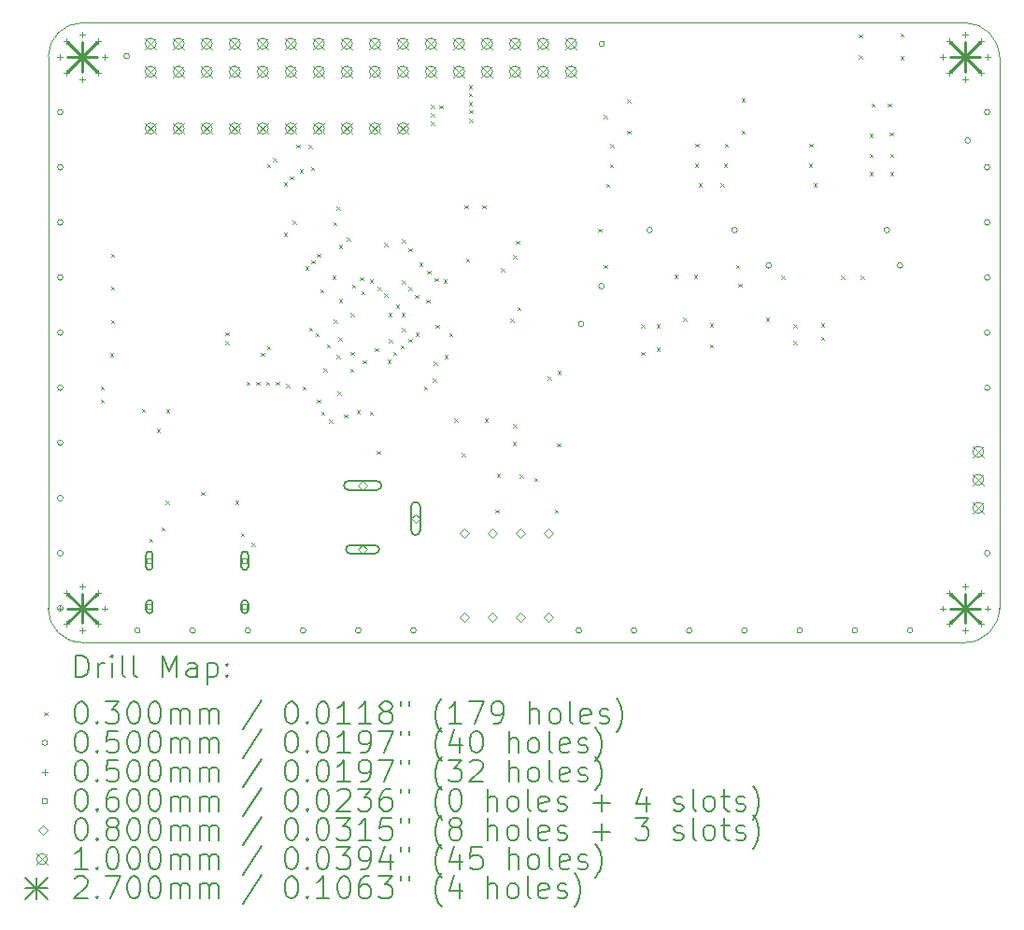
<source format=gbr>
%FSLAX45Y45*%
G04 Gerber Fmt 4.5, Leading zero omitted, Abs format (unit mm)*
G04 Created by KiCad (PCBNEW (6.0.6-0)) date 2023-04-01 16:22:32*
%MOMM*%
%LPD*%
G01*
G04 APERTURE LIST*
%TA.AperFunction,Profile*%
%ADD10C,0.100000*%
%TD*%
%ADD11C,0.200000*%
%ADD12C,0.030000*%
%ADD13C,0.050000*%
%ADD14C,0.060000*%
%ADD15C,0.080000*%
%ADD16C,0.100000*%
%ADD17C,0.270000*%
G04 APERTURE END LIST*
D10*
X24810000Y-5500000D02*
G75*
G03*
X24500000Y-5190000I-310000J0D01*
G01*
X24500000Y-10810000D02*
G75*
G03*
X24810000Y-10500000I0J310000D01*
G01*
X16500000Y-5190000D02*
G75*
G03*
X16190000Y-5500000I0J-310000D01*
G01*
X24810000Y-5500000D02*
X24810000Y-10500000D01*
X16190000Y-10500000D02*
X16190000Y-5500000D01*
X16500000Y-10810000D02*
X24500000Y-10810000D01*
X16500000Y-5190000D02*
X24500000Y-5190000D01*
X16190000Y-10500000D02*
G75*
G03*
X16500000Y-10810000I310000J0D01*
G01*
D11*
D12*
X16665000Y-8485000D02*
X16695000Y-8515000D01*
X16695000Y-8485000D02*
X16665000Y-8515000D01*
X16665000Y-8605000D02*
X16695000Y-8635000D01*
X16695000Y-8605000D02*
X16665000Y-8635000D01*
X16750000Y-8185000D02*
X16780000Y-8215000D01*
X16780000Y-8185000D02*
X16750000Y-8215000D01*
X16760000Y-7285000D02*
X16790000Y-7315000D01*
X16790000Y-7285000D02*
X16760000Y-7315000D01*
X16760000Y-7582500D02*
X16790000Y-7612500D01*
X16790000Y-7582500D02*
X16760000Y-7612500D01*
X16760000Y-7885000D02*
X16790000Y-7915000D01*
X16790000Y-7885000D02*
X16760000Y-7915000D01*
X17040000Y-8690000D02*
X17070000Y-8720000D01*
X17070000Y-8690000D02*
X17040000Y-8720000D01*
X17105000Y-9865000D02*
X17135000Y-9895000D01*
X17135000Y-9865000D02*
X17105000Y-9895000D01*
X17175000Y-8870000D02*
X17205000Y-8900000D01*
X17205000Y-8870000D02*
X17175000Y-8900000D01*
X17215000Y-9765000D02*
X17245000Y-9795000D01*
X17245000Y-9765000D02*
X17215000Y-9795000D01*
X17255000Y-9525000D02*
X17285000Y-9555000D01*
X17285000Y-9525000D02*
X17255000Y-9555000D01*
X17260000Y-8695000D02*
X17290000Y-8725000D01*
X17290000Y-8695000D02*
X17260000Y-8725000D01*
X17575000Y-9445000D02*
X17605000Y-9475000D01*
X17605000Y-9445000D02*
X17575000Y-9475000D01*
X17796503Y-7995000D02*
X17826503Y-8025000D01*
X17826503Y-7995000D02*
X17796503Y-8025000D01*
X17796503Y-8075000D02*
X17826503Y-8105000D01*
X17826503Y-8075000D02*
X17796503Y-8105000D01*
X17885000Y-9525000D02*
X17915000Y-9555000D01*
X17915000Y-9525000D02*
X17885000Y-9555000D01*
X17935000Y-9815000D02*
X17965000Y-9845000D01*
X17965000Y-9815000D02*
X17935000Y-9845000D01*
X17985000Y-8445000D02*
X18015000Y-8475000D01*
X18015000Y-8445000D02*
X17985000Y-8475000D01*
X18035000Y-9905000D02*
X18065000Y-9935000D01*
X18065000Y-9905000D02*
X18035000Y-9935000D01*
X18075000Y-8445000D02*
X18105000Y-8475000D01*
X18105000Y-8445000D02*
X18075000Y-8475000D01*
X18116716Y-8180334D02*
X18146716Y-8210334D01*
X18146716Y-8180334D02*
X18116716Y-8210334D01*
X18165000Y-8445000D02*
X18195000Y-8475000D01*
X18195000Y-8445000D02*
X18165000Y-8475000D01*
X18173284Y-8123766D02*
X18203284Y-8153766D01*
X18203284Y-8123766D02*
X18173284Y-8153766D01*
X18174701Y-6470697D02*
X18204701Y-6500697D01*
X18204701Y-6470697D02*
X18174701Y-6500697D01*
X18227699Y-6417699D02*
X18257699Y-6447699D01*
X18257699Y-6417699D02*
X18227699Y-6447699D01*
X18255000Y-8445000D02*
X18285000Y-8475000D01*
X18285000Y-8445000D02*
X18255000Y-8475000D01*
X18325000Y-7095000D02*
X18355000Y-7125000D01*
X18355000Y-7095000D02*
X18325000Y-7125000D01*
X18326979Y-6636475D02*
X18356979Y-6666475D01*
X18356979Y-6636475D02*
X18326979Y-6666475D01*
X18345000Y-8465000D02*
X18375000Y-8495000D01*
X18375000Y-8465000D02*
X18345000Y-8495000D01*
X18379977Y-6583477D02*
X18409977Y-6613477D01*
X18409977Y-6583477D02*
X18379977Y-6613477D01*
X18405000Y-6985000D02*
X18435000Y-7015000D01*
X18435000Y-6985000D02*
X18405000Y-7015000D01*
X18440000Y-6295000D02*
X18470000Y-6325000D01*
X18470000Y-6295000D02*
X18440000Y-6325000D01*
X18470000Y-6520000D02*
X18500000Y-6550000D01*
X18500000Y-6520000D02*
X18470000Y-6550000D01*
X18495000Y-8485000D02*
X18525000Y-8515000D01*
X18525000Y-8485000D02*
X18495000Y-8515000D01*
X18519514Y-7400486D02*
X18549514Y-7430486D01*
X18549514Y-7400486D02*
X18519514Y-7430486D01*
X18550000Y-6297550D02*
X18580000Y-6327550D01*
X18580000Y-6297550D02*
X18550000Y-6327550D01*
X18555000Y-7955000D02*
X18585000Y-7985000D01*
X18585000Y-7955000D02*
X18555000Y-7985000D01*
X18570000Y-6495000D02*
X18600000Y-6525000D01*
X18600000Y-6495000D02*
X18570000Y-6525000D01*
X18575000Y-7345000D02*
X18605000Y-7375000D01*
X18605000Y-7345000D02*
X18575000Y-7375000D01*
X18615000Y-8005000D02*
X18645000Y-8035000D01*
X18645000Y-8005000D02*
X18615000Y-8035000D01*
X18625000Y-7285000D02*
X18655000Y-7315000D01*
X18655000Y-7285000D02*
X18625000Y-7315000D01*
X18625000Y-8605000D02*
X18655000Y-8635000D01*
X18655000Y-8605000D02*
X18625000Y-8635000D01*
X18657618Y-7607186D02*
X18687618Y-7637186D01*
X18687618Y-7607186D02*
X18657618Y-7637186D01*
X18665000Y-8715000D02*
X18695000Y-8745000D01*
X18695000Y-8715000D02*
X18665000Y-8745000D01*
X18685000Y-8320000D02*
X18715000Y-8350000D01*
X18715000Y-8320000D02*
X18685000Y-8350000D01*
X18715000Y-8105000D02*
X18745000Y-8135000D01*
X18745000Y-8105000D02*
X18715000Y-8135000D01*
X18735000Y-8785000D02*
X18765000Y-8815000D01*
X18765000Y-8785000D02*
X18735000Y-8815000D01*
X18765000Y-7485000D02*
X18795000Y-7515000D01*
X18795000Y-7485000D02*
X18765000Y-7515000D01*
X18775000Y-6995000D02*
X18805000Y-7025000D01*
X18805000Y-6995000D02*
X18775000Y-7025000D01*
X18779950Y-7880000D02*
X18809950Y-7910000D01*
X18809950Y-7880000D02*
X18779950Y-7910000D01*
X18805000Y-6855000D02*
X18835000Y-6885000D01*
X18835000Y-6855000D02*
X18805000Y-6885000D01*
X18805000Y-8205000D02*
X18835000Y-8235000D01*
X18835000Y-8205000D02*
X18805000Y-8235000D01*
X18810050Y-8535000D02*
X18840050Y-8565000D01*
X18840050Y-8535000D02*
X18810050Y-8565000D01*
X18820000Y-8042500D02*
X18850000Y-8072500D01*
X18850000Y-8042500D02*
X18820000Y-8072500D01*
X18825000Y-7205000D02*
X18855000Y-7235000D01*
X18855000Y-7205000D02*
X18825000Y-7235000D01*
X18825000Y-7695000D02*
X18855000Y-7725000D01*
X18855000Y-7695000D02*
X18825000Y-7725000D01*
X18870189Y-8740000D02*
X18900189Y-8770000D01*
X18900189Y-8740000D02*
X18870189Y-8770000D01*
X18895000Y-7135000D02*
X18925000Y-7165000D01*
X18925000Y-7135000D02*
X18895000Y-7165000D01*
X18925000Y-8325000D02*
X18955000Y-8355000D01*
X18955000Y-8325000D02*
X18925000Y-8355000D01*
X18932500Y-7822500D02*
X18962500Y-7852500D01*
X18962500Y-7822500D02*
X18932500Y-7852500D01*
X18932500Y-8172500D02*
X18962500Y-8202500D01*
X18962500Y-8172500D02*
X18932500Y-8202500D01*
X18945000Y-7565000D02*
X18975000Y-7595000D01*
X18975000Y-7565000D02*
X18945000Y-7595000D01*
X18986059Y-8701059D02*
X19016059Y-8731059D01*
X19016059Y-8701059D02*
X18986059Y-8731059D01*
X19015000Y-7495000D02*
X19045000Y-7525000D01*
X19045000Y-7495000D02*
X19015000Y-7525000D01*
X19029263Y-7621813D02*
X19059263Y-7651813D01*
X19059263Y-7621813D02*
X19029263Y-7651813D01*
X19043038Y-8248038D02*
X19073038Y-8278038D01*
X19073038Y-8248038D02*
X19043038Y-8278038D01*
X19105000Y-7515000D02*
X19135000Y-7545000D01*
X19135000Y-7515000D02*
X19105000Y-7545000D01*
X19105000Y-8715000D02*
X19135000Y-8745000D01*
X19135000Y-8715000D02*
X19105000Y-8745000D01*
X19150000Y-8140000D02*
X19180000Y-8170000D01*
X19180000Y-8140000D02*
X19150000Y-8170000D01*
X19170000Y-9070000D02*
X19200000Y-9100000D01*
X19200000Y-9070000D02*
X19170000Y-9100000D01*
X19175000Y-7585000D02*
X19205000Y-7615000D01*
X19205000Y-7585000D02*
X19175000Y-7615000D01*
X19235000Y-7645000D02*
X19265000Y-7675000D01*
X19265000Y-7645000D02*
X19235000Y-7675000D01*
X19237550Y-7187500D02*
X19267550Y-7217500D01*
X19267550Y-7187500D02*
X19237550Y-7217500D01*
X19265000Y-8245000D02*
X19295000Y-8275000D01*
X19295000Y-8245000D02*
X19265000Y-8275000D01*
X19272500Y-7822500D02*
X19302500Y-7852500D01*
X19302500Y-7822500D02*
X19272500Y-7852500D01*
X19280000Y-8060000D02*
X19310000Y-8090000D01*
X19310000Y-8060000D02*
X19280000Y-8090000D01*
X19315000Y-8175000D02*
X19345000Y-8205000D01*
X19345000Y-8175000D02*
X19315000Y-8205000D01*
X19340000Y-7747500D02*
X19370000Y-7777500D01*
X19370000Y-7747500D02*
X19340000Y-7777500D01*
X19382628Y-8115130D02*
X19412628Y-8145130D01*
X19412628Y-8115130D02*
X19382628Y-8145130D01*
X19392550Y-7819851D02*
X19422550Y-7849851D01*
X19422550Y-7819851D02*
X19392550Y-7849851D01*
X19395000Y-7155000D02*
X19425000Y-7185000D01*
X19425000Y-7155000D02*
X19395000Y-7185000D01*
X19395000Y-7525000D02*
X19425000Y-7555000D01*
X19425000Y-7525000D02*
X19395000Y-7555000D01*
X19397500Y-7957500D02*
X19427500Y-7987500D01*
X19427500Y-7957500D02*
X19397500Y-7987500D01*
X19455000Y-7235000D02*
X19485000Y-7265000D01*
X19485000Y-7235000D02*
X19455000Y-7265000D01*
X19455000Y-8055000D02*
X19485000Y-8085000D01*
X19485000Y-8055000D02*
X19455000Y-8085000D01*
X19456090Y-7586653D02*
X19486090Y-7616653D01*
X19486090Y-7586653D02*
X19456090Y-7616653D01*
X19513397Y-7656603D02*
X19543397Y-7686603D01*
X19543397Y-7656603D02*
X19513397Y-7686603D01*
X19520690Y-8002033D02*
X19550690Y-8032033D01*
X19550690Y-8002033D02*
X19520690Y-8032033D01*
X19555000Y-7365000D02*
X19585000Y-7395000D01*
X19585000Y-7365000D02*
X19555000Y-7395000D01*
X19595000Y-8485000D02*
X19625000Y-8515000D01*
X19625000Y-8485000D02*
X19595000Y-8515000D01*
X19615000Y-7699911D02*
X19645000Y-7729911D01*
X19645000Y-7699911D02*
X19615000Y-7729911D01*
X19625000Y-7435000D02*
X19655000Y-7465000D01*
X19655000Y-7435000D02*
X19625000Y-7465000D01*
X19657450Y-6010050D02*
X19687450Y-6040050D01*
X19687450Y-6010050D02*
X19657450Y-6040050D01*
X19657550Y-6085000D02*
X19687550Y-6115000D01*
X19687550Y-6085000D02*
X19657550Y-6115000D01*
X19660630Y-5935167D02*
X19690630Y-5965167D01*
X19690630Y-5935167D02*
X19660630Y-5965167D01*
X19675000Y-8415000D02*
X19705000Y-8445000D01*
X19705000Y-8415000D02*
X19675000Y-8445000D01*
X19684588Y-8262550D02*
X19714588Y-8292550D01*
X19714588Y-8262550D02*
X19684588Y-8292550D01*
X19695000Y-7505000D02*
X19725000Y-7535000D01*
X19725000Y-7505000D02*
X19695000Y-7535000D01*
X19701662Y-7927351D02*
X19731662Y-7957351D01*
X19731662Y-7927351D02*
X19701662Y-7957351D01*
X19737319Y-5937681D02*
X19767319Y-5967681D01*
X19767319Y-5937681D02*
X19737319Y-5967681D01*
X19772550Y-7515000D02*
X19802550Y-7545000D01*
X19802550Y-7515000D02*
X19772550Y-7545000D01*
X19782730Y-8202550D02*
X19812730Y-8232550D01*
X19812730Y-8202550D02*
X19782730Y-8232550D01*
X19825000Y-8002550D02*
X19855000Y-8032550D01*
X19855000Y-8002550D02*
X19825000Y-8032550D01*
X19870000Y-8780000D02*
X19900000Y-8810000D01*
X19900000Y-8780000D02*
X19870000Y-8810000D01*
X19937500Y-9092500D02*
X19967500Y-9122500D01*
X19967500Y-9092500D02*
X19937500Y-9122500D01*
X19965000Y-6845000D02*
X19995000Y-6875000D01*
X19995000Y-6845000D02*
X19965000Y-6875000D01*
X19975000Y-7325000D02*
X20005000Y-7355000D01*
X20005000Y-7325000D02*
X19975000Y-7355000D01*
X20000000Y-5755000D02*
X20030000Y-5785000D01*
X20030000Y-5755000D02*
X20000000Y-5785000D01*
X20000414Y-5829949D02*
X20030414Y-5859949D01*
X20030414Y-5829949D02*
X20000414Y-5859949D01*
X20003546Y-5907257D02*
X20033546Y-5937257D01*
X20033546Y-5907257D02*
X20003546Y-5937257D01*
X20005000Y-6060000D02*
X20035000Y-6090000D01*
X20035000Y-6060000D02*
X20005000Y-6090000D01*
X20005154Y-5982190D02*
X20035154Y-6012190D01*
X20035154Y-5982190D02*
X20005154Y-6012190D01*
X20125000Y-6845000D02*
X20155000Y-6875000D01*
X20155000Y-6845000D02*
X20125000Y-6875000D01*
X20145000Y-8780000D02*
X20175000Y-8810000D01*
X20175000Y-8780000D02*
X20145000Y-8810000D01*
X20245000Y-9605000D02*
X20275000Y-9635000D01*
X20275000Y-9605000D02*
X20245000Y-9635000D01*
X20255000Y-9280000D02*
X20285000Y-9310000D01*
X20285000Y-9280000D02*
X20255000Y-9310000D01*
X20295000Y-7415000D02*
X20325000Y-7445000D01*
X20325000Y-7415000D02*
X20295000Y-7445000D01*
X20380718Y-7873268D02*
X20410718Y-7903268D01*
X20410718Y-7873268D02*
X20380718Y-7903268D01*
X20400000Y-8990000D02*
X20430000Y-9020000D01*
X20430000Y-8990000D02*
X20400000Y-9020000D01*
X20403208Y-8827581D02*
X20433208Y-8857581D01*
X20433208Y-8827581D02*
X20403208Y-8857581D01*
X20405000Y-7297500D02*
X20435000Y-7327500D01*
X20435000Y-7297500D02*
X20405000Y-7327500D01*
X20430000Y-7165000D02*
X20460000Y-7195000D01*
X20460000Y-7165000D02*
X20430000Y-7195000D01*
X20442550Y-7765000D02*
X20472550Y-7795000D01*
X20472550Y-7765000D02*
X20442550Y-7795000D01*
X20465000Y-9285000D02*
X20495000Y-9315000D01*
X20495000Y-9285000D02*
X20465000Y-9315000D01*
X20595000Y-9315000D02*
X20625000Y-9345000D01*
X20625000Y-9315000D02*
X20595000Y-9345000D01*
X20718154Y-8398154D02*
X20748154Y-8428154D01*
X20748154Y-8398154D02*
X20718154Y-8428154D01*
X20780000Y-9605000D02*
X20810000Y-9635000D01*
X20810000Y-9605000D02*
X20780000Y-9635000D01*
X20802500Y-9002500D02*
X20832500Y-9032500D01*
X20832500Y-9002500D02*
X20802500Y-9032500D01*
X20805000Y-8345000D02*
X20835000Y-8375000D01*
X20835000Y-8345000D02*
X20805000Y-8375000D01*
X21172500Y-7057500D02*
X21202500Y-7087500D01*
X21202500Y-7057500D02*
X21172500Y-7087500D01*
X21225000Y-7385000D02*
X21255000Y-7415000D01*
X21255000Y-7385000D02*
X21225000Y-7415000D01*
X21227500Y-6025000D02*
X21257500Y-6055000D01*
X21257500Y-6025000D02*
X21227500Y-6055000D01*
X21245000Y-6650000D02*
X21275000Y-6680000D01*
X21275000Y-6650000D02*
X21245000Y-6680000D01*
X21280000Y-6470000D02*
X21310000Y-6500000D01*
X21310000Y-6470000D02*
X21280000Y-6500000D01*
X21285000Y-6290000D02*
X21315000Y-6320000D01*
X21315000Y-6290000D02*
X21285000Y-6320000D01*
X21435000Y-5885000D02*
X21465000Y-5915000D01*
X21465000Y-5885000D02*
X21435000Y-5915000D01*
X21435000Y-6165000D02*
X21465000Y-6195000D01*
X21465000Y-6165000D02*
X21435000Y-6195000D01*
X21565000Y-7925000D02*
X21595000Y-7955000D01*
X21595000Y-7925000D02*
X21565000Y-7955000D01*
X21565000Y-8175000D02*
X21595000Y-8205000D01*
X21595000Y-8175000D02*
X21565000Y-8205000D01*
X21705000Y-7925000D02*
X21735000Y-7955000D01*
X21735000Y-7925000D02*
X21705000Y-7955000D01*
X21705000Y-8135000D02*
X21735000Y-8165000D01*
X21735000Y-8135000D02*
X21705000Y-8165000D01*
X21865000Y-7475000D02*
X21895000Y-7505000D01*
X21895000Y-7475000D02*
X21865000Y-7505000D01*
X21945000Y-7865000D02*
X21975000Y-7895000D01*
X21975000Y-7865000D02*
X21945000Y-7895000D01*
X22043750Y-7475000D02*
X22073750Y-7505000D01*
X22073750Y-7475000D02*
X22043750Y-7505000D01*
X22050000Y-6465000D02*
X22080000Y-6495000D01*
X22080000Y-6465000D02*
X22050000Y-6495000D01*
X22055000Y-6285000D02*
X22085000Y-6315000D01*
X22085000Y-6285000D02*
X22055000Y-6315000D01*
X22085000Y-6645000D02*
X22115000Y-6675000D01*
X22115000Y-6645000D02*
X22085000Y-6675000D01*
X22185000Y-7915000D02*
X22215000Y-7945000D01*
X22215000Y-7915000D02*
X22185000Y-7945000D01*
X22185000Y-8105000D02*
X22215000Y-8135000D01*
X22215000Y-8105000D02*
X22185000Y-8135000D01*
X22285000Y-6645000D02*
X22315000Y-6675000D01*
X22315000Y-6645000D02*
X22285000Y-6675000D01*
X22315000Y-6465000D02*
X22345000Y-6495000D01*
X22345000Y-6465000D02*
X22315000Y-6495000D01*
X22320000Y-6285000D02*
X22350000Y-6315000D01*
X22350000Y-6285000D02*
X22320000Y-6315000D01*
X22425000Y-7385000D02*
X22455000Y-7415000D01*
X22455000Y-7385000D02*
X22425000Y-7415000D01*
X22445000Y-7555000D02*
X22475000Y-7585000D01*
X22475000Y-7555000D02*
X22445000Y-7585000D01*
X22475000Y-5875000D02*
X22505000Y-5905000D01*
X22505000Y-5875000D02*
X22475000Y-5905000D01*
X22475000Y-6165000D02*
X22505000Y-6195000D01*
X22505000Y-6165000D02*
X22475000Y-6195000D01*
X22695000Y-7865000D02*
X22725000Y-7895000D01*
X22725000Y-7865000D02*
X22695000Y-7895000D01*
X22835000Y-7485000D02*
X22865000Y-7515000D01*
X22865000Y-7485000D02*
X22835000Y-7515000D01*
X22945000Y-7925000D02*
X22975000Y-7955000D01*
X22975000Y-7925000D02*
X22945000Y-7955000D01*
X22945000Y-8075000D02*
X22975000Y-8105000D01*
X22975000Y-8075000D02*
X22945000Y-8105000D01*
X23085000Y-6465000D02*
X23115000Y-6495000D01*
X23115000Y-6465000D02*
X23085000Y-6495000D01*
X23090000Y-6285000D02*
X23120000Y-6315000D01*
X23120000Y-6285000D02*
X23090000Y-6315000D01*
X23125000Y-6645000D02*
X23155000Y-6675000D01*
X23155000Y-6645000D02*
X23125000Y-6675000D01*
X23195000Y-7915000D02*
X23225000Y-7945000D01*
X23225000Y-7915000D02*
X23195000Y-7945000D01*
X23195000Y-8037450D02*
X23225000Y-8067450D01*
X23225000Y-8037450D02*
X23195000Y-8067450D01*
X23375000Y-7485000D02*
X23405000Y-7515000D01*
X23405000Y-7485000D02*
X23375000Y-7515000D01*
X23535000Y-5295000D02*
X23565000Y-5325000D01*
X23565000Y-5295000D02*
X23535000Y-5325000D01*
X23535000Y-5485000D02*
X23565000Y-5515000D01*
X23565000Y-5485000D02*
X23535000Y-5515000D01*
X23555000Y-7485000D02*
X23585000Y-7515000D01*
X23585000Y-7485000D02*
X23555000Y-7515000D01*
X23635000Y-6195000D02*
X23665000Y-6225000D01*
X23665000Y-6195000D02*
X23635000Y-6225000D01*
X23635000Y-6380000D02*
X23665000Y-6410000D01*
X23665000Y-6380000D02*
X23635000Y-6410000D01*
X23635000Y-6545000D02*
X23665000Y-6575000D01*
X23665000Y-6545000D02*
X23635000Y-6575000D01*
X23650000Y-5920000D02*
X23680000Y-5950000D01*
X23680000Y-5920000D02*
X23650000Y-5950000D01*
X23800000Y-5920000D02*
X23830000Y-5950000D01*
X23830000Y-5920000D02*
X23800000Y-5950000D01*
X23815000Y-6185000D02*
X23845000Y-6215000D01*
X23845000Y-6185000D02*
X23815000Y-6215000D01*
X23820000Y-6380000D02*
X23850000Y-6410000D01*
X23850000Y-6380000D02*
X23820000Y-6410000D01*
X23820000Y-6545000D02*
X23850000Y-6575000D01*
X23850000Y-6545000D02*
X23820000Y-6575000D01*
X23915000Y-5285000D02*
X23945000Y-5315000D01*
X23945000Y-5285000D02*
X23915000Y-5315000D01*
X23915000Y-5495000D02*
X23945000Y-5525000D01*
X23945000Y-5495000D02*
X23915000Y-5525000D01*
D13*
X16325000Y-6000000D02*
G75*
G03*
X16325000Y-6000000I-25000J0D01*
G01*
X16325000Y-6500000D02*
G75*
G03*
X16325000Y-6500000I-25000J0D01*
G01*
X16325000Y-7000000D02*
G75*
G03*
X16325000Y-7000000I-25000J0D01*
G01*
X16325000Y-7500000D02*
G75*
G03*
X16325000Y-7500000I-25000J0D01*
G01*
X16325000Y-8000000D02*
G75*
G03*
X16325000Y-8000000I-25000J0D01*
G01*
X16325000Y-8500000D02*
G75*
G03*
X16325000Y-8500000I-25000J0D01*
G01*
X16325000Y-9000000D02*
G75*
G03*
X16325000Y-9000000I-25000J0D01*
G01*
X16325000Y-9500000D02*
G75*
G03*
X16325000Y-9500000I-25000J0D01*
G01*
X16325000Y-10000000D02*
G75*
G03*
X16325000Y-10000000I-25000J0D01*
G01*
X16325000Y-10500000D02*
G75*
G03*
X16325000Y-10500000I-25000J0D01*
G01*
X16927500Y-5492500D02*
G75*
G03*
X16927500Y-5492500I-25000J0D01*
G01*
X17025000Y-10700000D02*
G75*
G03*
X17025000Y-10700000I-25000J0D01*
G01*
X17525000Y-10700000D02*
G75*
G03*
X17525000Y-10700000I-25000J0D01*
G01*
X18025000Y-10700000D02*
G75*
G03*
X18025000Y-10700000I-25000J0D01*
G01*
X18525000Y-10700000D02*
G75*
G03*
X18525000Y-10700000I-25000J0D01*
G01*
X19025000Y-10700000D02*
G75*
G03*
X19025000Y-10700000I-25000J0D01*
G01*
X19525000Y-10700000D02*
G75*
G03*
X19525000Y-10700000I-25000J0D01*
G01*
X21025000Y-10700000D02*
G75*
G03*
X21025000Y-10700000I-25000J0D01*
G01*
X21045000Y-7920000D02*
G75*
G03*
X21045000Y-7920000I-25000J0D01*
G01*
X21230000Y-7577500D02*
G75*
G03*
X21230000Y-7577500I-25000J0D01*
G01*
X21232500Y-5380000D02*
G75*
G03*
X21232500Y-5380000I-25000J0D01*
G01*
X21525000Y-10700000D02*
G75*
G03*
X21525000Y-10700000I-25000J0D01*
G01*
X21665000Y-7070000D02*
G75*
G03*
X21665000Y-7070000I-25000J0D01*
G01*
X22025000Y-10700000D02*
G75*
G03*
X22025000Y-10700000I-25000J0D01*
G01*
X22435000Y-7070000D02*
G75*
G03*
X22435000Y-7070000I-25000J0D01*
G01*
X22525000Y-10700000D02*
G75*
G03*
X22525000Y-10700000I-25000J0D01*
G01*
X22745000Y-7390000D02*
G75*
G03*
X22745000Y-7390000I-25000J0D01*
G01*
X23025000Y-10700000D02*
G75*
G03*
X23025000Y-10700000I-25000J0D01*
G01*
X23525000Y-10700000D02*
G75*
G03*
X23525000Y-10700000I-25000J0D01*
G01*
X23815000Y-7070000D02*
G75*
G03*
X23815000Y-7070000I-25000J0D01*
G01*
X23935000Y-7390000D02*
G75*
G03*
X23935000Y-7390000I-25000J0D01*
G01*
X24025000Y-10700000D02*
G75*
G03*
X24025000Y-10700000I-25000J0D01*
G01*
X24547500Y-6257500D02*
G75*
G03*
X24547500Y-6257500I-25000J0D01*
G01*
X24725000Y-6000000D02*
G75*
G03*
X24725000Y-6000000I-25000J0D01*
G01*
X24725000Y-6500000D02*
G75*
G03*
X24725000Y-6500000I-25000J0D01*
G01*
X24725000Y-7000000D02*
G75*
G03*
X24725000Y-7000000I-25000J0D01*
G01*
X24725000Y-7500000D02*
G75*
G03*
X24725000Y-7500000I-25000J0D01*
G01*
X24725000Y-8000000D02*
G75*
G03*
X24725000Y-8000000I-25000J0D01*
G01*
X24725000Y-8500000D02*
G75*
G03*
X24725000Y-8500000I-25000J0D01*
G01*
X24725000Y-10000000D02*
G75*
G03*
X24725000Y-10000000I-25000J0D01*
G01*
X16297500Y-5475000D02*
X16297500Y-5525000D01*
X16272500Y-5500000D02*
X16322500Y-5500000D01*
X16297500Y-10475000D02*
X16297500Y-10525000D01*
X16272500Y-10500000D02*
X16322500Y-10500000D01*
X16356811Y-5331811D02*
X16356811Y-5381811D01*
X16331811Y-5356811D02*
X16381811Y-5356811D01*
X16356811Y-5618189D02*
X16356811Y-5668189D01*
X16331811Y-5643189D02*
X16381811Y-5643189D01*
X16356811Y-10331811D02*
X16356811Y-10381811D01*
X16331811Y-10356811D02*
X16381811Y-10356811D01*
X16356811Y-10618189D02*
X16356811Y-10668189D01*
X16331811Y-10643189D02*
X16381811Y-10643189D01*
X16500000Y-5272500D02*
X16500000Y-5322500D01*
X16475000Y-5297500D02*
X16525000Y-5297500D01*
X16500000Y-5677500D02*
X16500000Y-5727500D01*
X16475000Y-5702500D02*
X16525000Y-5702500D01*
X16500000Y-10272500D02*
X16500000Y-10322500D01*
X16475000Y-10297500D02*
X16525000Y-10297500D01*
X16500000Y-10677500D02*
X16500000Y-10727500D01*
X16475000Y-10702500D02*
X16525000Y-10702500D01*
X16643189Y-5331811D02*
X16643189Y-5381811D01*
X16618189Y-5356811D02*
X16668189Y-5356811D01*
X16643189Y-5618189D02*
X16643189Y-5668189D01*
X16618189Y-5643189D02*
X16668189Y-5643189D01*
X16643189Y-10331811D02*
X16643189Y-10381811D01*
X16618189Y-10356811D02*
X16668189Y-10356811D01*
X16643189Y-10618189D02*
X16643189Y-10668189D01*
X16618189Y-10643189D02*
X16668189Y-10643189D01*
X16702500Y-5475000D02*
X16702500Y-5525000D01*
X16677500Y-5500000D02*
X16727500Y-5500000D01*
X16702500Y-10475000D02*
X16702500Y-10525000D01*
X16677500Y-10500000D02*
X16727500Y-10500000D01*
X24297500Y-5475000D02*
X24297500Y-5525000D01*
X24272500Y-5500000D02*
X24322500Y-5500000D01*
X24297500Y-10475000D02*
X24297500Y-10525000D01*
X24272500Y-10500000D02*
X24322500Y-10500000D01*
X24356811Y-5331811D02*
X24356811Y-5381811D01*
X24331811Y-5356811D02*
X24381811Y-5356811D01*
X24356811Y-5618189D02*
X24356811Y-5668189D01*
X24331811Y-5643189D02*
X24381811Y-5643189D01*
X24356811Y-10331811D02*
X24356811Y-10381811D01*
X24331811Y-10356811D02*
X24381811Y-10356811D01*
X24356811Y-10618189D02*
X24356811Y-10668189D01*
X24331811Y-10643189D02*
X24381811Y-10643189D01*
X24500000Y-5272500D02*
X24500000Y-5322500D01*
X24475000Y-5297500D02*
X24525000Y-5297500D01*
X24500000Y-5677500D02*
X24500000Y-5727500D01*
X24475000Y-5702500D02*
X24525000Y-5702500D01*
X24500000Y-10272500D02*
X24500000Y-10322500D01*
X24475000Y-10297500D02*
X24525000Y-10297500D01*
X24500000Y-10677500D02*
X24500000Y-10727500D01*
X24475000Y-10702500D02*
X24525000Y-10702500D01*
X24643189Y-5331811D02*
X24643189Y-5381811D01*
X24618189Y-5356811D02*
X24668189Y-5356811D01*
X24643189Y-5618189D02*
X24643189Y-5668189D01*
X24618189Y-5643189D02*
X24668189Y-5643189D01*
X24643189Y-10331811D02*
X24643189Y-10381811D01*
X24618189Y-10356811D02*
X24668189Y-10356811D01*
X24643189Y-10618189D02*
X24643189Y-10668189D01*
X24618189Y-10643189D02*
X24668189Y-10643189D01*
X24702500Y-5475000D02*
X24702500Y-5525000D01*
X24677500Y-5500000D02*
X24727500Y-5500000D01*
X24702500Y-10475000D02*
X24702500Y-10525000D01*
X24677500Y-10500000D02*
X24727500Y-10500000D01*
D14*
X17129213Y-10088213D02*
X17129213Y-10045787D01*
X17086787Y-10045787D01*
X17086787Y-10088213D01*
X17129213Y-10088213D01*
D11*
X17078000Y-10012000D02*
X17078000Y-10122000D01*
X17138000Y-10012000D02*
X17138000Y-10122000D01*
X17078000Y-10122000D02*
G75*
G03*
X17138000Y-10122000I30000J0D01*
G01*
X17138000Y-10012000D02*
G75*
G03*
X17078000Y-10012000I-30000J0D01*
G01*
D14*
X17129213Y-10506213D02*
X17129213Y-10463787D01*
X17086787Y-10463787D01*
X17086787Y-10506213D01*
X17129213Y-10506213D01*
D11*
X17078000Y-10455000D02*
X17078000Y-10515000D01*
X17138000Y-10455000D02*
X17138000Y-10515000D01*
X17078000Y-10515000D02*
G75*
G03*
X17138000Y-10515000I30000J0D01*
G01*
X17138000Y-10455000D02*
G75*
G03*
X17078000Y-10455000I-30000J0D01*
G01*
D14*
X17993213Y-10088213D02*
X17993213Y-10045787D01*
X17950787Y-10045787D01*
X17950787Y-10088213D01*
X17993213Y-10088213D01*
D11*
X17942000Y-10012000D02*
X17942000Y-10122000D01*
X18002000Y-10012000D02*
X18002000Y-10122000D01*
X17942000Y-10122000D02*
G75*
G03*
X18002000Y-10122000I30000J0D01*
G01*
X18002000Y-10012000D02*
G75*
G03*
X17942000Y-10012000I-30000J0D01*
G01*
D14*
X17993213Y-10506213D02*
X17993213Y-10463787D01*
X17950787Y-10463787D01*
X17950787Y-10506213D01*
X17993213Y-10506213D01*
D11*
X17942000Y-10455000D02*
X17942000Y-10515000D01*
X18002000Y-10455000D02*
X18002000Y-10515000D01*
X17942000Y-10515000D02*
G75*
G03*
X18002000Y-10515000I30000J0D01*
G01*
X18002000Y-10455000D02*
G75*
G03*
X17942000Y-10455000I-30000J0D01*
G01*
D15*
X19040000Y-9425000D02*
X19080000Y-9385000D01*
X19040000Y-9345000D01*
X19000000Y-9385000D01*
X19040000Y-9425000D01*
D11*
X18910000Y-9425000D02*
X19170000Y-9425000D01*
X18910000Y-9345000D02*
X19170000Y-9345000D01*
X19170000Y-9425000D02*
G75*
G03*
X19170000Y-9345000I0J40000D01*
G01*
X18910000Y-9345000D02*
G75*
G03*
X18910000Y-9425000I0J-40000D01*
G01*
D15*
X19040000Y-10005000D02*
X19080000Y-9965000D01*
X19040000Y-9925000D01*
X19000000Y-9965000D01*
X19040000Y-10005000D01*
D11*
X18930000Y-10005000D02*
X19150000Y-10005000D01*
X18930000Y-9925000D02*
X19150000Y-9925000D01*
X19150000Y-10005000D02*
G75*
G03*
X19150000Y-9925000I0J40000D01*
G01*
X18930000Y-9925000D02*
G75*
G03*
X18930000Y-10005000I0J-40000D01*
G01*
D15*
X19520000Y-9725000D02*
X19560000Y-9685000D01*
X19520000Y-9645000D01*
X19480000Y-9685000D01*
X19520000Y-9725000D01*
D11*
X19560000Y-9795000D02*
X19560000Y-9575000D01*
X19480000Y-9795000D02*
X19480000Y-9575000D01*
X19560000Y-9575000D02*
G75*
G03*
X19480000Y-9575000I-40000J0D01*
G01*
X19480000Y-9795000D02*
G75*
G03*
X19560000Y-9795000I40000J0D01*
G01*
D15*
X19960000Y-9858000D02*
X20000000Y-9818000D01*
X19960000Y-9778000D01*
X19920000Y-9818000D01*
X19960000Y-9858000D01*
X19960000Y-10620000D02*
X20000000Y-10580000D01*
X19960000Y-10540000D01*
X19920000Y-10580000D01*
X19960000Y-10620000D01*
X20214000Y-9858000D02*
X20254000Y-9818000D01*
X20214000Y-9778000D01*
X20174000Y-9818000D01*
X20214000Y-9858000D01*
X20214000Y-10620000D02*
X20254000Y-10580000D01*
X20214000Y-10540000D01*
X20174000Y-10580000D01*
X20214000Y-10620000D01*
X20468000Y-9858000D02*
X20508000Y-9818000D01*
X20468000Y-9778000D01*
X20428000Y-9818000D01*
X20468000Y-9858000D01*
X20468000Y-10620000D02*
X20508000Y-10580000D01*
X20468000Y-10540000D01*
X20428000Y-10580000D01*
X20468000Y-10620000D01*
X20722000Y-9858000D02*
X20762000Y-9818000D01*
X20722000Y-9778000D01*
X20682000Y-9818000D01*
X20722000Y-9858000D01*
X20722000Y-10620000D02*
X20762000Y-10580000D01*
X20722000Y-10540000D01*
X20682000Y-10580000D01*
X20722000Y-10620000D01*
D16*
X17070000Y-5330000D02*
X17170000Y-5430000D01*
X17170000Y-5330000D02*
X17070000Y-5430000D01*
X17170000Y-5380000D02*
G75*
G03*
X17170000Y-5380000I-50000J0D01*
G01*
X17070000Y-5584000D02*
X17170000Y-5684000D01*
X17170000Y-5584000D02*
X17070000Y-5684000D01*
X17170000Y-5634000D02*
G75*
G03*
X17170000Y-5634000I-50000J0D01*
G01*
X17070000Y-6098000D02*
X17170000Y-6198000D01*
X17170000Y-6098000D02*
X17070000Y-6198000D01*
X17170000Y-6148000D02*
G75*
G03*
X17170000Y-6148000I-50000J0D01*
G01*
X17324000Y-5330000D02*
X17424000Y-5430000D01*
X17424000Y-5330000D02*
X17324000Y-5430000D01*
X17424000Y-5380000D02*
G75*
G03*
X17424000Y-5380000I-50000J0D01*
G01*
X17324000Y-5584000D02*
X17424000Y-5684000D01*
X17424000Y-5584000D02*
X17324000Y-5684000D01*
X17424000Y-5634000D02*
G75*
G03*
X17424000Y-5634000I-50000J0D01*
G01*
X17324000Y-6098000D02*
X17424000Y-6198000D01*
X17424000Y-6098000D02*
X17324000Y-6198000D01*
X17424000Y-6148000D02*
G75*
G03*
X17424000Y-6148000I-50000J0D01*
G01*
X17578000Y-5330000D02*
X17678000Y-5430000D01*
X17678000Y-5330000D02*
X17578000Y-5430000D01*
X17678000Y-5380000D02*
G75*
G03*
X17678000Y-5380000I-50000J0D01*
G01*
X17578000Y-5584000D02*
X17678000Y-5684000D01*
X17678000Y-5584000D02*
X17578000Y-5684000D01*
X17678000Y-5634000D02*
G75*
G03*
X17678000Y-5634000I-50000J0D01*
G01*
X17578000Y-6098000D02*
X17678000Y-6198000D01*
X17678000Y-6098000D02*
X17578000Y-6198000D01*
X17678000Y-6148000D02*
G75*
G03*
X17678000Y-6148000I-50000J0D01*
G01*
X17832000Y-5330000D02*
X17932000Y-5430000D01*
X17932000Y-5330000D02*
X17832000Y-5430000D01*
X17932000Y-5380000D02*
G75*
G03*
X17932000Y-5380000I-50000J0D01*
G01*
X17832000Y-5584000D02*
X17932000Y-5684000D01*
X17932000Y-5584000D02*
X17832000Y-5684000D01*
X17932000Y-5634000D02*
G75*
G03*
X17932000Y-5634000I-50000J0D01*
G01*
X17832000Y-6098000D02*
X17932000Y-6198000D01*
X17932000Y-6098000D02*
X17832000Y-6198000D01*
X17932000Y-6148000D02*
G75*
G03*
X17932000Y-6148000I-50000J0D01*
G01*
X18086000Y-5330000D02*
X18186000Y-5430000D01*
X18186000Y-5330000D02*
X18086000Y-5430000D01*
X18186000Y-5380000D02*
G75*
G03*
X18186000Y-5380000I-50000J0D01*
G01*
X18086000Y-5584000D02*
X18186000Y-5684000D01*
X18186000Y-5584000D02*
X18086000Y-5684000D01*
X18186000Y-5634000D02*
G75*
G03*
X18186000Y-5634000I-50000J0D01*
G01*
X18086000Y-6098000D02*
X18186000Y-6198000D01*
X18186000Y-6098000D02*
X18086000Y-6198000D01*
X18186000Y-6148000D02*
G75*
G03*
X18186000Y-6148000I-50000J0D01*
G01*
X18340000Y-5330000D02*
X18440000Y-5430000D01*
X18440000Y-5330000D02*
X18340000Y-5430000D01*
X18440000Y-5380000D02*
G75*
G03*
X18440000Y-5380000I-50000J0D01*
G01*
X18340000Y-5584000D02*
X18440000Y-5684000D01*
X18440000Y-5584000D02*
X18340000Y-5684000D01*
X18440000Y-5634000D02*
G75*
G03*
X18440000Y-5634000I-50000J0D01*
G01*
X18340000Y-6098000D02*
X18440000Y-6198000D01*
X18440000Y-6098000D02*
X18340000Y-6198000D01*
X18440000Y-6148000D02*
G75*
G03*
X18440000Y-6148000I-50000J0D01*
G01*
X18594000Y-5330000D02*
X18694000Y-5430000D01*
X18694000Y-5330000D02*
X18594000Y-5430000D01*
X18694000Y-5380000D02*
G75*
G03*
X18694000Y-5380000I-50000J0D01*
G01*
X18594000Y-5584000D02*
X18694000Y-5684000D01*
X18694000Y-5584000D02*
X18594000Y-5684000D01*
X18694000Y-5634000D02*
G75*
G03*
X18694000Y-5634000I-50000J0D01*
G01*
X18594000Y-6098000D02*
X18694000Y-6198000D01*
X18694000Y-6098000D02*
X18594000Y-6198000D01*
X18694000Y-6148000D02*
G75*
G03*
X18694000Y-6148000I-50000J0D01*
G01*
X18848000Y-5330000D02*
X18948000Y-5430000D01*
X18948000Y-5330000D02*
X18848000Y-5430000D01*
X18948000Y-5380000D02*
G75*
G03*
X18948000Y-5380000I-50000J0D01*
G01*
X18848000Y-5584000D02*
X18948000Y-5684000D01*
X18948000Y-5584000D02*
X18848000Y-5684000D01*
X18948000Y-5634000D02*
G75*
G03*
X18948000Y-5634000I-50000J0D01*
G01*
X18848000Y-6098000D02*
X18948000Y-6198000D01*
X18948000Y-6098000D02*
X18848000Y-6198000D01*
X18948000Y-6148000D02*
G75*
G03*
X18948000Y-6148000I-50000J0D01*
G01*
X19102000Y-5330000D02*
X19202000Y-5430000D01*
X19202000Y-5330000D02*
X19102000Y-5430000D01*
X19202000Y-5380000D02*
G75*
G03*
X19202000Y-5380000I-50000J0D01*
G01*
X19102000Y-5584000D02*
X19202000Y-5684000D01*
X19202000Y-5584000D02*
X19102000Y-5684000D01*
X19202000Y-5634000D02*
G75*
G03*
X19202000Y-5634000I-50000J0D01*
G01*
X19102000Y-6098000D02*
X19202000Y-6198000D01*
X19202000Y-6098000D02*
X19102000Y-6198000D01*
X19202000Y-6148000D02*
G75*
G03*
X19202000Y-6148000I-50000J0D01*
G01*
X19356000Y-5330000D02*
X19456000Y-5430000D01*
X19456000Y-5330000D02*
X19356000Y-5430000D01*
X19456000Y-5380000D02*
G75*
G03*
X19456000Y-5380000I-50000J0D01*
G01*
X19356000Y-5584000D02*
X19456000Y-5684000D01*
X19456000Y-5584000D02*
X19356000Y-5684000D01*
X19456000Y-5634000D02*
G75*
G03*
X19456000Y-5634000I-50000J0D01*
G01*
X19356000Y-6098000D02*
X19456000Y-6198000D01*
X19456000Y-6098000D02*
X19356000Y-6198000D01*
X19456000Y-6148000D02*
G75*
G03*
X19456000Y-6148000I-50000J0D01*
G01*
X19610000Y-5330000D02*
X19710000Y-5430000D01*
X19710000Y-5330000D02*
X19610000Y-5430000D01*
X19710000Y-5380000D02*
G75*
G03*
X19710000Y-5380000I-50000J0D01*
G01*
X19610000Y-5584000D02*
X19710000Y-5684000D01*
X19710000Y-5584000D02*
X19610000Y-5684000D01*
X19710000Y-5634000D02*
G75*
G03*
X19710000Y-5634000I-50000J0D01*
G01*
X19864000Y-5330000D02*
X19964000Y-5430000D01*
X19964000Y-5330000D02*
X19864000Y-5430000D01*
X19964000Y-5380000D02*
G75*
G03*
X19964000Y-5380000I-50000J0D01*
G01*
X19864000Y-5584000D02*
X19964000Y-5684000D01*
X19964000Y-5584000D02*
X19864000Y-5684000D01*
X19964000Y-5634000D02*
G75*
G03*
X19964000Y-5634000I-50000J0D01*
G01*
X20118000Y-5330000D02*
X20218000Y-5430000D01*
X20218000Y-5330000D02*
X20118000Y-5430000D01*
X20218000Y-5380000D02*
G75*
G03*
X20218000Y-5380000I-50000J0D01*
G01*
X20118000Y-5584000D02*
X20218000Y-5684000D01*
X20218000Y-5584000D02*
X20118000Y-5684000D01*
X20218000Y-5634000D02*
G75*
G03*
X20218000Y-5634000I-50000J0D01*
G01*
X20372000Y-5330000D02*
X20472000Y-5430000D01*
X20472000Y-5330000D02*
X20372000Y-5430000D01*
X20472000Y-5380000D02*
G75*
G03*
X20472000Y-5380000I-50000J0D01*
G01*
X20372000Y-5584000D02*
X20472000Y-5684000D01*
X20472000Y-5584000D02*
X20372000Y-5684000D01*
X20472000Y-5634000D02*
G75*
G03*
X20472000Y-5634000I-50000J0D01*
G01*
X20626000Y-5330000D02*
X20726000Y-5430000D01*
X20726000Y-5330000D02*
X20626000Y-5430000D01*
X20726000Y-5380000D02*
G75*
G03*
X20726000Y-5380000I-50000J0D01*
G01*
X20626000Y-5584000D02*
X20726000Y-5684000D01*
X20726000Y-5584000D02*
X20626000Y-5684000D01*
X20726000Y-5634000D02*
G75*
G03*
X20726000Y-5634000I-50000J0D01*
G01*
X20880000Y-5330000D02*
X20980000Y-5430000D01*
X20980000Y-5330000D02*
X20880000Y-5430000D01*
X20980000Y-5380000D02*
G75*
G03*
X20980000Y-5380000I-50000J0D01*
G01*
X20880000Y-5584000D02*
X20980000Y-5684000D01*
X20980000Y-5584000D02*
X20880000Y-5684000D01*
X20980000Y-5634000D02*
G75*
G03*
X20980000Y-5634000I-50000J0D01*
G01*
X24570000Y-9030000D02*
X24670000Y-9130000D01*
X24670000Y-9030000D02*
X24570000Y-9130000D01*
X24670000Y-9080000D02*
G75*
G03*
X24670000Y-9080000I-50000J0D01*
G01*
X24570000Y-9284000D02*
X24670000Y-9384000D01*
X24670000Y-9284000D02*
X24570000Y-9384000D01*
X24670000Y-9334000D02*
G75*
G03*
X24670000Y-9334000I-50000J0D01*
G01*
X24570000Y-9538000D02*
X24670000Y-9638000D01*
X24670000Y-9538000D02*
X24570000Y-9638000D01*
X24670000Y-9588000D02*
G75*
G03*
X24670000Y-9588000I-50000J0D01*
G01*
D17*
X16365000Y-5365000D02*
X16635000Y-5635000D01*
X16635000Y-5365000D02*
X16365000Y-5635000D01*
X16500000Y-5365000D02*
X16500000Y-5635000D01*
X16365000Y-5500000D02*
X16635000Y-5500000D01*
X16365000Y-10365000D02*
X16635000Y-10635000D01*
X16635000Y-10365000D02*
X16365000Y-10635000D01*
X16500000Y-10365000D02*
X16500000Y-10635000D01*
X16365000Y-10500000D02*
X16635000Y-10500000D01*
X24365000Y-5365000D02*
X24635000Y-5635000D01*
X24635000Y-5365000D02*
X24365000Y-5635000D01*
X24500000Y-5365000D02*
X24500000Y-5635000D01*
X24365000Y-5500000D02*
X24635000Y-5500000D01*
X24365000Y-10365000D02*
X24635000Y-10635000D01*
X24635000Y-10365000D02*
X24365000Y-10635000D01*
X24500000Y-10365000D02*
X24500000Y-10635000D01*
X24365000Y-10500000D02*
X24635000Y-10500000D01*
D11*
X16442619Y-11125476D02*
X16442619Y-10925476D01*
X16490238Y-10925476D01*
X16518809Y-10935000D01*
X16537857Y-10954048D01*
X16547381Y-10973095D01*
X16556905Y-11011190D01*
X16556905Y-11039762D01*
X16547381Y-11077857D01*
X16537857Y-11096905D01*
X16518809Y-11115952D01*
X16490238Y-11125476D01*
X16442619Y-11125476D01*
X16642619Y-11125476D02*
X16642619Y-10992143D01*
X16642619Y-11030238D02*
X16652143Y-11011190D01*
X16661667Y-11001667D01*
X16680714Y-10992143D01*
X16699762Y-10992143D01*
X16766428Y-11125476D02*
X16766428Y-10992143D01*
X16766428Y-10925476D02*
X16756905Y-10935000D01*
X16766428Y-10944524D01*
X16775952Y-10935000D01*
X16766428Y-10925476D01*
X16766428Y-10944524D01*
X16890238Y-11125476D02*
X16871190Y-11115952D01*
X16861667Y-11096905D01*
X16861667Y-10925476D01*
X16995000Y-11125476D02*
X16975952Y-11115952D01*
X16966429Y-11096905D01*
X16966429Y-10925476D01*
X17223571Y-11125476D02*
X17223571Y-10925476D01*
X17290238Y-11068333D01*
X17356905Y-10925476D01*
X17356905Y-11125476D01*
X17537857Y-11125476D02*
X17537857Y-11020714D01*
X17528333Y-11001667D01*
X17509286Y-10992143D01*
X17471190Y-10992143D01*
X17452143Y-11001667D01*
X17537857Y-11115952D02*
X17518810Y-11125476D01*
X17471190Y-11125476D01*
X17452143Y-11115952D01*
X17442619Y-11096905D01*
X17442619Y-11077857D01*
X17452143Y-11058810D01*
X17471190Y-11049286D01*
X17518810Y-11049286D01*
X17537857Y-11039762D01*
X17633095Y-10992143D02*
X17633095Y-11192143D01*
X17633095Y-11001667D02*
X17652143Y-10992143D01*
X17690238Y-10992143D01*
X17709286Y-11001667D01*
X17718810Y-11011190D01*
X17728333Y-11030238D01*
X17728333Y-11087381D01*
X17718810Y-11106429D01*
X17709286Y-11115952D01*
X17690238Y-11125476D01*
X17652143Y-11125476D01*
X17633095Y-11115952D01*
X17814048Y-11106429D02*
X17823571Y-11115952D01*
X17814048Y-11125476D01*
X17804524Y-11115952D01*
X17814048Y-11106429D01*
X17814048Y-11125476D01*
X17814048Y-11001667D02*
X17823571Y-11011190D01*
X17814048Y-11020714D01*
X17804524Y-11011190D01*
X17814048Y-11001667D01*
X17814048Y-11020714D01*
D12*
X16155000Y-11440000D02*
X16185000Y-11470000D01*
X16185000Y-11440000D02*
X16155000Y-11470000D01*
D11*
X16480714Y-11345476D02*
X16499762Y-11345476D01*
X16518809Y-11355000D01*
X16528333Y-11364524D01*
X16537857Y-11383571D01*
X16547381Y-11421667D01*
X16547381Y-11469286D01*
X16537857Y-11507381D01*
X16528333Y-11526428D01*
X16518809Y-11535952D01*
X16499762Y-11545476D01*
X16480714Y-11545476D01*
X16461667Y-11535952D01*
X16452143Y-11526428D01*
X16442619Y-11507381D01*
X16433095Y-11469286D01*
X16433095Y-11421667D01*
X16442619Y-11383571D01*
X16452143Y-11364524D01*
X16461667Y-11355000D01*
X16480714Y-11345476D01*
X16633095Y-11526428D02*
X16642619Y-11535952D01*
X16633095Y-11545476D01*
X16623571Y-11535952D01*
X16633095Y-11526428D01*
X16633095Y-11545476D01*
X16709286Y-11345476D02*
X16833095Y-11345476D01*
X16766428Y-11421667D01*
X16795000Y-11421667D01*
X16814048Y-11431190D01*
X16823571Y-11440714D01*
X16833095Y-11459762D01*
X16833095Y-11507381D01*
X16823571Y-11526428D01*
X16814048Y-11535952D01*
X16795000Y-11545476D01*
X16737857Y-11545476D01*
X16718809Y-11535952D01*
X16709286Y-11526428D01*
X16956905Y-11345476D02*
X16975952Y-11345476D01*
X16995000Y-11355000D01*
X17004524Y-11364524D01*
X17014048Y-11383571D01*
X17023571Y-11421667D01*
X17023571Y-11469286D01*
X17014048Y-11507381D01*
X17004524Y-11526428D01*
X16995000Y-11535952D01*
X16975952Y-11545476D01*
X16956905Y-11545476D01*
X16937857Y-11535952D01*
X16928333Y-11526428D01*
X16918810Y-11507381D01*
X16909286Y-11469286D01*
X16909286Y-11421667D01*
X16918810Y-11383571D01*
X16928333Y-11364524D01*
X16937857Y-11355000D01*
X16956905Y-11345476D01*
X17147381Y-11345476D02*
X17166429Y-11345476D01*
X17185476Y-11355000D01*
X17195000Y-11364524D01*
X17204524Y-11383571D01*
X17214048Y-11421667D01*
X17214048Y-11469286D01*
X17204524Y-11507381D01*
X17195000Y-11526428D01*
X17185476Y-11535952D01*
X17166429Y-11545476D01*
X17147381Y-11545476D01*
X17128333Y-11535952D01*
X17118810Y-11526428D01*
X17109286Y-11507381D01*
X17099762Y-11469286D01*
X17099762Y-11421667D01*
X17109286Y-11383571D01*
X17118810Y-11364524D01*
X17128333Y-11355000D01*
X17147381Y-11345476D01*
X17299762Y-11545476D02*
X17299762Y-11412143D01*
X17299762Y-11431190D02*
X17309286Y-11421667D01*
X17328333Y-11412143D01*
X17356905Y-11412143D01*
X17375952Y-11421667D01*
X17385476Y-11440714D01*
X17385476Y-11545476D01*
X17385476Y-11440714D02*
X17395000Y-11421667D01*
X17414048Y-11412143D01*
X17442619Y-11412143D01*
X17461667Y-11421667D01*
X17471190Y-11440714D01*
X17471190Y-11545476D01*
X17566429Y-11545476D02*
X17566429Y-11412143D01*
X17566429Y-11431190D02*
X17575952Y-11421667D01*
X17595000Y-11412143D01*
X17623571Y-11412143D01*
X17642619Y-11421667D01*
X17652143Y-11440714D01*
X17652143Y-11545476D01*
X17652143Y-11440714D02*
X17661667Y-11421667D01*
X17680714Y-11412143D01*
X17709286Y-11412143D01*
X17728333Y-11421667D01*
X17737857Y-11440714D01*
X17737857Y-11545476D01*
X18128333Y-11335952D02*
X17956905Y-11593095D01*
X18385476Y-11345476D02*
X18404524Y-11345476D01*
X18423571Y-11355000D01*
X18433095Y-11364524D01*
X18442619Y-11383571D01*
X18452143Y-11421667D01*
X18452143Y-11469286D01*
X18442619Y-11507381D01*
X18433095Y-11526428D01*
X18423571Y-11535952D01*
X18404524Y-11545476D01*
X18385476Y-11545476D01*
X18366429Y-11535952D01*
X18356905Y-11526428D01*
X18347381Y-11507381D01*
X18337857Y-11469286D01*
X18337857Y-11421667D01*
X18347381Y-11383571D01*
X18356905Y-11364524D01*
X18366429Y-11355000D01*
X18385476Y-11345476D01*
X18537857Y-11526428D02*
X18547381Y-11535952D01*
X18537857Y-11545476D01*
X18528333Y-11535952D01*
X18537857Y-11526428D01*
X18537857Y-11545476D01*
X18671190Y-11345476D02*
X18690238Y-11345476D01*
X18709286Y-11355000D01*
X18718810Y-11364524D01*
X18728333Y-11383571D01*
X18737857Y-11421667D01*
X18737857Y-11469286D01*
X18728333Y-11507381D01*
X18718810Y-11526428D01*
X18709286Y-11535952D01*
X18690238Y-11545476D01*
X18671190Y-11545476D01*
X18652143Y-11535952D01*
X18642619Y-11526428D01*
X18633095Y-11507381D01*
X18623571Y-11469286D01*
X18623571Y-11421667D01*
X18633095Y-11383571D01*
X18642619Y-11364524D01*
X18652143Y-11355000D01*
X18671190Y-11345476D01*
X18928333Y-11545476D02*
X18814048Y-11545476D01*
X18871190Y-11545476D02*
X18871190Y-11345476D01*
X18852143Y-11374048D01*
X18833095Y-11393095D01*
X18814048Y-11402619D01*
X19118810Y-11545476D02*
X19004524Y-11545476D01*
X19061667Y-11545476D02*
X19061667Y-11345476D01*
X19042619Y-11374048D01*
X19023571Y-11393095D01*
X19004524Y-11402619D01*
X19233095Y-11431190D02*
X19214048Y-11421667D01*
X19204524Y-11412143D01*
X19195000Y-11393095D01*
X19195000Y-11383571D01*
X19204524Y-11364524D01*
X19214048Y-11355000D01*
X19233095Y-11345476D01*
X19271190Y-11345476D01*
X19290238Y-11355000D01*
X19299762Y-11364524D01*
X19309286Y-11383571D01*
X19309286Y-11393095D01*
X19299762Y-11412143D01*
X19290238Y-11421667D01*
X19271190Y-11431190D01*
X19233095Y-11431190D01*
X19214048Y-11440714D01*
X19204524Y-11450238D01*
X19195000Y-11469286D01*
X19195000Y-11507381D01*
X19204524Y-11526428D01*
X19214048Y-11535952D01*
X19233095Y-11545476D01*
X19271190Y-11545476D01*
X19290238Y-11535952D01*
X19299762Y-11526428D01*
X19309286Y-11507381D01*
X19309286Y-11469286D01*
X19299762Y-11450238D01*
X19290238Y-11440714D01*
X19271190Y-11431190D01*
X19385476Y-11345476D02*
X19385476Y-11383571D01*
X19461667Y-11345476D02*
X19461667Y-11383571D01*
X19756905Y-11621667D02*
X19747381Y-11612143D01*
X19728333Y-11583571D01*
X19718810Y-11564524D01*
X19709286Y-11535952D01*
X19699762Y-11488333D01*
X19699762Y-11450238D01*
X19709286Y-11402619D01*
X19718810Y-11374048D01*
X19728333Y-11355000D01*
X19747381Y-11326428D01*
X19756905Y-11316905D01*
X19937857Y-11545476D02*
X19823571Y-11545476D01*
X19880714Y-11545476D02*
X19880714Y-11345476D01*
X19861667Y-11374048D01*
X19842619Y-11393095D01*
X19823571Y-11402619D01*
X20004524Y-11345476D02*
X20137857Y-11345476D01*
X20052143Y-11545476D01*
X20223571Y-11545476D02*
X20261667Y-11545476D01*
X20280714Y-11535952D01*
X20290238Y-11526428D01*
X20309286Y-11497857D01*
X20318810Y-11459762D01*
X20318810Y-11383571D01*
X20309286Y-11364524D01*
X20299762Y-11355000D01*
X20280714Y-11345476D01*
X20242619Y-11345476D01*
X20223571Y-11355000D01*
X20214048Y-11364524D01*
X20204524Y-11383571D01*
X20204524Y-11431190D01*
X20214048Y-11450238D01*
X20223571Y-11459762D01*
X20242619Y-11469286D01*
X20280714Y-11469286D01*
X20299762Y-11459762D01*
X20309286Y-11450238D01*
X20318810Y-11431190D01*
X20556905Y-11545476D02*
X20556905Y-11345476D01*
X20642619Y-11545476D02*
X20642619Y-11440714D01*
X20633095Y-11421667D01*
X20614048Y-11412143D01*
X20585476Y-11412143D01*
X20566429Y-11421667D01*
X20556905Y-11431190D01*
X20766429Y-11545476D02*
X20747381Y-11535952D01*
X20737857Y-11526428D01*
X20728333Y-11507381D01*
X20728333Y-11450238D01*
X20737857Y-11431190D01*
X20747381Y-11421667D01*
X20766429Y-11412143D01*
X20795000Y-11412143D01*
X20814048Y-11421667D01*
X20823571Y-11431190D01*
X20833095Y-11450238D01*
X20833095Y-11507381D01*
X20823571Y-11526428D01*
X20814048Y-11535952D01*
X20795000Y-11545476D01*
X20766429Y-11545476D01*
X20947381Y-11545476D02*
X20928333Y-11535952D01*
X20918810Y-11516905D01*
X20918810Y-11345476D01*
X21099762Y-11535952D02*
X21080714Y-11545476D01*
X21042619Y-11545476D01*
X21023571Y-11535952D01*
X21014048Y-11516905D01*
X21014048Y-11440714D01*
X21023571Y-11421667D01*
X21042619Y-11412143D01*
X21080714Y-11412143D01*
X21099762Y-11421667D01*
X21109286Y-11440714D01*
X21109286Y-11459762D01*
X21014048Y-11478809D01*
X21185476Y-11535952D02*
X21204524Y-11545476D01*
X21242619Y-11545476D01*
X21261667Y-11535952D01*
X21271190Y-11516905D01*
X21271190Y-11507381D01*
X21261667Y-11488333D01*
X21242619Y-11478809D01*
X21214048Y-11478809D01*
X21195000Y-11469286D01*
X21185476Y-11450238D01*
X21185476Y-11440714D01*
X21195000Y-11421667D01*
X21214048Y-11412143D01*
X21242619Y-11412143D01*
X21261667Y-11421667D01*
X21337857Y-11621667D02*
X21347381Y-11612143D01*
X21366429Y-11583571D01*
X21375952Y-11564524D01*
X21385476Y-11535952D01*
X21395000Y-11488333D01*
X21395000Y-11450238D01*
X21385476Y-11402619D01*
X21375952Y-11374048D01*
X21366429Y-11355000D01*
X21347381Y-11326428D01*
X21337857Y-11316905D01*
D13*
X16185000Y-11719000D02*
G75*
G03*
X16185000Y-11719000I-25000J0D01*
G01*
D11*
X16480714Y-11609476D02*
X16499762Y-11609476D01*
X16518809Y-11619000D01*
X16528333Y-11628524D01*
X16537857Y-11647571D01*
X16547381Y-11685667D01*
X16547381Y-11733286D01*
X16537857Y-11771381D01*
X16528333Y-11790428D01*
X16518809Y-11799952D01*
X16499762Y-11809476D01*
X16480714Y-11809476D01*
X16461667Y-11799952D01*
X16452143Y-11790428D01*
X16442619Y-11771381D01*
X16433095Y-11733286D01*
X16433095Y-11685667D01*
X16442619Y-11647571D01*
X16452143Y-11628524D01*
X16461667Y-11619000D01*
X16480714Y-11609476D01*
X16633095Y-11790428D02*
X16642619Y-11799952D01*
X16633095Y-11809476D01*
X16623571Y-11799952D01*
X16633095Y-11790428D01*
X16633095Y-11809476D01*
X16823571Y-11609476D02*
X16728333Y-11609476D01*
X16718809Y-11704714D01*
X16728333Y-11695190D01*
X16747381Y-11685667D01*
X16795000Y-11685667D01*
X16814048Y-11695190D01*
X16823571Y-11704714D01*
X16833095Y-11723762D01*
X16833095Y-11771381D01*
X16823571Y-11790428D01*
X16814048Y-11799952D01*
X16795000Y-11809476D01*
X16747381Y-11809476D01*
X16728333Y-11799952D01*
X16718809Y-11790428D01*
X16956905Y-11609476D02*
X16975952Y-11609476D01*
X16995000Y-11619000D01*
X17004524Y-11628524D01*
X17014048Y-11647571D01*
X17023571Y-11685667D01*
X17023571Y-11733286D01*
X17014048Y-11771381D01*
X17004524Y-11790428D01*
X16995000Y-11799952D01*
X16975952Y-11809476D01*
X16956905Y-11809476D01*
X16937857Y-11799952D01*
X16928333Y-11790428D01*
X16918810Y-11771381D01*
X16909286Y-11733286D01*
X16909286Y-11685667D01*
X16918810Y-11647571D01*
X16928333Y-11628524D01*
X16937857Y-11619000D01*
X16956905Y-11609476D01*
X17147381Y-11609476D02*
X17166429Y-11609476D01*
X17185476Y-11619000D01*
X17195000Y-11628524D01*
X17204524Y-11647571D01*
X17214048Y-11685667D01*
X17214048Y-11733286D01*
X17204524Y-11771381D01*
X17195000Y-11790428D01*
X17185476Y-11799952D01*
X17166429Y-11809476D01*
X17147381Y-11809476D01*
X17128333Y-11799952D01*
X17118810Y-11790428D01*
X17109286Y-11771381D01*
X17099762Y-11733286D01*
X17099762Y-11685667D01*
X17109286Y-11647571D01*
X17118810Y-11628524D01*
X17128333Y-11619000D01*
X17147381Y-11609476D01*
X17299762Y-11809476D02*
X17299762Y-11676143D01*
X17299762Y-11695190D02*
X17309286Y-11685667D01*
X17328333Y-11676143D01*
X17356905Y-11676143D01*
X17375952Y-11685667D01*
X17385476Y-11704714D01*
X17385476Y-11809476D01*
X17385476Y-11704714D02*
X17395000Y-11685667D01*
X17414048Y-11676143D01*
X17442619Y-11676143D01*
X17461667Y-11685667D01*
X17471190Y-11704714D01*
X17471190Y-11809476D01*
X17566429Y-11809476D02*
X17566429Y-11676143D01*
X17566429Y-11695190D02*
X17575952Y-11685667D01*
X17595000Y-11676143D01*
X17623571Y-11676143D01*
X17642619Y-11685667D01*
X17652143Y-11704714D01*
X17652143Y-11809476D01*
X17652143Y-11704714D02*
X17661667Y-11685667D01*
X17680714Y-11676143D01*
X17709286Y-11676143D01*
X17728333Y-11685667D01*
X17737857Y-11704714D01*
X17737857Y-11809476D01*
X18128333Y-11599952D02*
X17956905Y-11857095D01*
X18385476Y-11609476D02*
X18404524Y-11609476D01*
X18423571Y-11619000D01*
X18433095Y-11628524D01*
X18442619Y-11647571D01*
X18452143Y-11685667D01*
X18452143Y-11733286D01*
X18442619Y-11771381D01*
X18433095Y-11790428D01*
X18423571Y-11799952D01*
X18404524Y-11809476D01*
X18385476Y-11809476D01*
X18366429Y-11799952D01*
X18356905Y-11790428D01*
X18347381Y-11771381D01*
X18337857Y-11733286D01*
X18337857Y-11685667D01*
X18347381Y-11647571D01*
X18356905Y-11628524D01*
X18366429Y-11619000D01*
X18385476Y-11609476D01*
X18537857Y-11790428D02*
X18547381Y-11799952D01*
X18537857Y-11809476D01*
X18528333Y-11799952D01*
X18537857Y-11790428D01*
X18537857Y-11809476D01*
X18671190Y-11609476D02*
X18690238Y-11609476D01*
X18709286Y-11619000D01*
X18718810Y-11628524D01*
X18728333Y-11647571D01*
X18737857Y-11685667D01*
X18737857Y-11733286D01*
X18728333Y-11771381D01*
X18718810Y-11790428D01*
X18709286Y-11799952D01*
X18690238Y-11809476D01*
X18671190Y-11809476D01*
X18652143Y-11799952D01*
X18642619Y-11790428D01*
X18633095Y-11771381D01*
X18623571Y-11733286D01*
X18623571Y-11685667D01*
X18633095Y-11647571D01*
X18642619Y-11628524D01*
X18652143Y-11619000D01*
X18671190Y-11609476D01*
X18928333Y-11809476D02*
X18814048Y-11809476D01*
X18871190Y-11809476D02*
X18871190Y-11609476D01*
X18852143Y-11638048D01*
X18833095Y-11657095D01*
X18814048Y-11666619D01*
X19023571Y-11809476D02*
X19061667Y-11809476D01*
X19080714Y-11799952D01*
X19090238Y-11790428D01*
X19109286Y-11761857D01*
X19118810Y-11723762D01*
X19118810Y-11647571D01*
X19109286Y-11628524D01*
X19099762Y-11619000D01*
X19080714Y-11609476D01*
X19042619Y-11609476D01*
X19023571Y-11619000D01*
X19014048Y-11628524D01*
X19004524Y-11647571D01*
X19004524Y-11695190D01*
X19014048Y-11714238D01*
X19023571Y-11723762D01*
X19042619Y-11733286D01*
X19080714Y-11733286D01*
X19099762Y-11723762D01*
X19109286Y-11714238D01*
X19118810Y-11695190D01*
X19185476Y-11609476D02*
X19318810Y-11609476D01*
X19233095Y-11809476D01*
X19385476Y-11609476D02*
X19385476Y-11647571D01*
X19461667Y-11609476D02*
X19461667Y-11647571D01*
X19756905Y-11885667D02*
X19747381Y-11876143D01*
X19728333Y-11847571D01*
X19718810Y-11828524D01*
X19709286Y-11799952D01*
X19699762Y-11752333D01*
X19699762Y-11714238D01*
X19709286Y-11666619D01*
X19718810Y-11638048D01*
X19728333Y-11619000D01*
X19747381Y-11590428D01*
X19756905Y-11580905D01*
X19918810Y-11676143D02*
X19918810Y-11809476D01*
X19871190Y-11599952D02*
X19823571Y-11742809D01*
X19947381Y-11742809D01*
X20061667Y-11609476D02*
X20080714Y-11609476D01*
X20099762Y-11619000D01*
X20109286Y-11628524D01*
X20118810Y-11647571D01*
X20128333Y-11685667D01*
X20128333Y-11733286D01*
X20118810Y-11771381D01*
X20109286Y-11790428D01*
X20099762Y-11799952D01*
X20080714Y-11809476D01*
X20061667Y-11809476D01*
X20042619Y-11799952D01*
X20033095Y-11790428D01*
X20023571Y-11771381D01*
X20014048Y-11733286D01*
X20014048Y-11685667D01*
X20023571Y-11647571D01*
X20033095Y-11628524D01*
X20042619Y-11619000D01*
X20061667Y-11609476D01*
X20366429Y-11809476D02*
X20366429Y-11609476D01*
X20452143Y-11809476D02*
X20452143Y-11704714D01*
X20442619Y-11685667D01*
X20423571Y-11676143D01*
X20395000Y-11676143D01*
X20375952Y-11685667D01*
X20366429Y-11695190D01*
X20575952Y-11809476D02*
X20556905Y-11799952D01*
X20547381Y-11790428D01*
X20537857Y-11771381D01*
X20537857Y-11714238D01*
X20547381Y-11695190D01*
X20556905Y-11685667D01*
X20575952Y-11676143D01*
X20604524Y-11676143D01*
X20623571Y-11685667D01*
X20633095Y-11695190D01*
X20642619Y-11714238D01*
X20642619Y-11771381D01*
X20633095Y-11790428D01*
X20623571Y-11799952D01*
X20604524Y-11809476D01*
X20575952Y-11809476D01*
X20756905Y-11809476D02*
X20737857Y-11799952D01*
X20728333Y-11780905D01*
X20728333Y-11609476D01*
X20909286Y-11799952D02*
X20890238Y-11809476D01*
X20852143Y-11809476D01*
X20833095Y-11799952D01*
X20823571Y-11780905D01*
X20823571Y-11704714D01*
X20833095Y-11685667D01*
X20852143Y-11676143D01*
X20890238Y-11676143D01*
X20909286Y-11685667D01*
X20918810Y-11704714D01*
X20918810Y-11723762D01*
X20823571Y-11742809D01*
X20995000Y-11799952D02*
X21014048Y-11809476D01*
X21052143Y-11809476D01*
X21071190Y-11799952D01*
X21080714Y-11780905D01*
X21080714Y-11771381D01*
X21071190Y-11752333D01*
X21052143Y-11742809D01*
X21023571Y-11742809D01*
X21004524Y-11733286D01*
X20995000Y-11714238D01*
X20995000Y-11704714D01*
X21004524Y-11685667D01*
X21023571Y-11676143D01*
X21052143Y-11676143D01*
X21071190Y-11685667D01*
X21147381Y-11885667D02*
X21156905Y-11876143D01*
X21175952Y-11847571D01*
X21185476Y-11828524D01*
X21195000Y-11799952D01*
X21204524Y-11752333D01*
X21204524Y-11714238D01*
X21195000Y-11666619D01*
X21185476Y-11638048D01*
X21175952Y-11619000D01*
X21156905Y-11590428D01*
X21147381Y-11580905D01*
D13*
X16160000Y-11958000D02*
X16160000Y-12008000D01*
X16135000Y-11983000D02*
X16185000Y-11983000D01*
D11*
X16480714Y-11873476D02*
X16499762Y-11873476D01*
X16518809Y-11883000D01*
X16528333Y-11892524D01*
X16537857Y-11911571D01*
X16547381Y-11949667D01*
X16547381Y-11997286D01*
X16537857Y-12035381D01*
X16528333Y-12054428D01*
X16518809Y-12063952D01*
X16499762Y-12073476D01*
X16480714Y-12073476D01*
X16461667Y-12063952D01*
X16452143Y-12054428D01*
X16442619Y-12035381D01*
X16433095Y-11997286D01*
X16433095Y-11949667D01*
X16442619Y-11911571D01*
X16452143Y-11892524D01*
X16461667Y-11883000D01*
X16480714Y-11873476D01*
X16633095Y-12054428D02*
X16642619Y-12063952D01*
X16633095Y-12073476D01*
X16623571Y-12063952D01*
X16633095Y-12054428D01*
X16633095Y-12073476D01*
X16823571Y-11873476D02*
X16728333Y-11873476D01*
X16718809Y-11968714D01*
X16728333Y-11959190D01*
X16747381Y-11949667D01*
X16795000Y-11949667D01*
X16814048Y-11959190D01*
X16823571Y-11968714D01*
X16833095Y-11987762D01*
X16833095Y-12035381D01*
X16823571Y-12054428D01*
X16814048Y-12063952D01*
X16795000Y-12073476D01*
X16747381Y-12073476D01*
X16728333Y-12063952D01*
X16718809Y-12054428D01*
X16956905Y-11873476D02*
X16975952Y-11873476D01*
X16995000Y-11883000D01*
X17004524Y-11892524D01*
X17014048Y-11911571D01*
X17023571Y-11949667D01*
X17023571Y-11997286D01*
X17014048Y-12035381D01*
X17004524Y-12054428D01*
X16995000Y-12063952D01*
X16975952Y-12073476D01*
X16956905Y-12073476D01*
X16937857Y-12063952D01*
X16928333Y-12054428D01*
X16918810Y-12035381D01*
X16909286Y-11997286D01*
X16909286Y-11949667D01*
X16918810Y-11911571D01*
X16928333Y-11892524D01*
X16937857Y-11883000D01*
X16956905Y-11873476D01*
X17147381Y-11873476D02*
X17166429Y-11873476D01*
X17185476Y-11883000D01*
X17195000Y-11892524D01*
X17204524Y-11911571D01*
X17214048Y-11949667D01*
X17214048Y-11997286D01*
X17204524Y-12035381D01*
X17195000Y-12054428D01*
X17185476Y-12063952D01*
X17166429Y-12073476D01*
X17147381Y-12073476D01*
X17128333Y-12063952D01*
X17118810Y-12054428D01*
X17109286Y-12035381D01*
X17099762Y-11997286D01*
X17099762Y-11949667D01*
X17109286Y-11911571D01*
X17118810Y-11892524D01*
X17128333Y-11883000D01*
X17147381Y-11873476D01*
X17299762Y-12073476D02*
X17299762Y-11940143D01*
X17299762Y-11959190D02*
X17309286Y-11949667D01*
X17328333Y-11940143D01*
X17356905Y-11940143D01*
X17375952Y-11949667D01*
X17385476Y-11968714D01*
X17385476Y-12073476D01*
X17385476Y-11968714D02*
X17395000Y-11949667D01*
X17414048Y-11940143D01*
X17442619Y-11940143D01*
X17461667Y-11949667D01*
X17471190Y-11968714D01*
X17471190Y-12073476D01*
X17566429Y-12073476D02*
X17566429Y-11940143D01*
X17566429Y-11959190D02*
X17575952Y-11949667D01*
X17595000Y-11940143D01*
X17623571Y-11940143D01*
X17642619Y-11949667D01*
X17652143Y-11968714D01*
X17652143Y-12073476D01*
X17652143Y-11968714D02*
X17661667Y-11949667D01*
X17680714Y-11940143D01*
X17709286Y-11940143D01*
X17728333Y-11949667D01*
X17737857Y-11968714D01*
X17737857Y-12073476D01*
X18128333Y-11863952D02*
X17956905Y-12121095D01*
X18385476Y-11873476D02*
X18404524Y-11873476D01*
X18423571Y-11883000D01*
X18433095Y-11892524D01*
X18442619Y-11911571D01*
X18452143Y-11949667D01*
X18452143Y-11997286D01*
X18442619Y-12035381D01*
X18433095Y-12054428D01*
X18423571Y-12063952D01*
X18404524Y-12073476D01*
X18385476Y-12073476D01*
X18366429Y-12063952D01*
X18356905Y-12054428D01*
X18347381Y-12035381D01*
X18337857Y-11997286D01*
X18337857Y-11949667D01*
X18347381Y-11911571D01*
X18356905Y-11892524D01*
X18366429Y-11883000D01*
X18385476Y-11873476D01*
X18537857Y-12054428D02*
X18547381Y-12063952D01*
X18537857Y-12073476D01*
X18528333Y-12063952D01*
X18537857Y-12054428D01*
X18537857Y-12073476D01*
X18671190Y-11873476D02*
X18690238Y-11873476D01*
X18709286Y-11883000D01*
X18718810Y-11892524D01*
X18728333Y-11911571D01*
X18737857Y-11949667D01*
X18737857Y-11997286D01*
X18728333Y-12035381D01*
X18718810Y-12054428D01*
X18709286Y-12063952D01*
X18690238Y-12073476D01*
X18671190Y-12073476D01*
X18652143Y-12063952D01*
X18642619Y-12054428D01*
X18633095Y-12035381D01*
X18623571Y-11997286D01*
X18623571Y-11949667D01*
X18633095Y-11911571D01*
X18642619Y-11892524D01*
X18652143Y-11883000D01*
X18671190Y-11873476D01*
X18928333Y-12073476D02*
X18814048Y-12073476D01*
X18871190Y-12073476D02*
X18871190Y-11873476D01*
X18852143Y-11902048D01*
X18833095Y-11921095D01*
X18814048Y-11930619D01*
X19023571Y-12073476D02*
X19061667Y-12073476D01*
X19080714Y-12063952D01*
X19090238Y-12054428D01*
X19109286Y-12025857D01*
X19118810Y-11987762D01*
X19118810Y-11911571D01*
X19109286Y-11892524D01*
X19099762Y-11883000D01*
X19080714Y-11873476D01*
X19042619Y-11873476D01*
X19023571Y-11883000D01*
X19014048Y-11892524D01*
X19004524Y-11911571D01*
X19004524Y-11959190D01*
X19014048Y-11978238D01*
X19023571Y-11987762D01*
X19042619Y-11997286D01*
X19080714Y-11997286D01*
X19099762Y-11987762D01*
X19109286Y-11978238D01*
X19118810Y-11959190D01*
X19185476Y-11873476D02*
X19318810Y-11873476D01*
X19233095Y-12073476D01*
X19385476Y-11873476D02*
X19385476Y-11911571D01*
X19461667Y-11873476D02*
X19461667Y-11911571D01*
X19756905Y-12149667D02*
X19747381Y-12140143D01*
X19728333Y-12111571D01*
X19718810Y-12092524D01*
X19709286Y-12063952D01*
X19699762Y-12016333D01*
X19699762Y-11978238D01*
X19709286Y-11930619D01*
X19718810Y-11902048D01*
X19728333Y-11883000D01*
X19747381Y-11854428D01*
X19756905Y-11844905D01*
X19814048Y-11873476D02*
X19937857Y-11873476D01*
X19871190Y-11949667D01*
X19899762Y-11949667D01*
X19918810Y-11959190D01*
X19928333Y-11968714D01*
X19937857Y-11987762D01*
X19937857Y-12035381D01*
X19928333Y-12054428D01*
X19918810Y-12063952D01*
X19899762Y-12073476D01*
X19842619Y-12073476D01*
X19823571Y-12063952D01*
X19814048Y-12054428D01*
X20014048Y-11892524D02*
X20023571Y-11883000D01*
X20042619Y-11873476D01*
X20090238Y-11873476D01*
X20109286Y-11883000D01*
X20118810Y-11892524D01*
X20128333Y-11911571D01*
X20128333Y-11930619D01*
X20118810Y-11959190D01*
X20004524Y-12073476D01*
X20128333Y-12073476D01*
X20366429Y-12073476D02*
X20366429Y-11873476D01*
X20452143Y-12073476D02*
X20452143Y-11968714D01*
X20442619Y-11949667D01*
X20423571Y-11940143D01*
X20395000Y-11940143D01*
X20375952Y-11949667D01*
X20366429Y-11959190D01*
X20575952Y-12073476D02*
X20556905Y-12063952D01*
X20547381Y-12054428D01*
X20537857Y-12035381D01*
X20537857Y-11978238D01*
X20547381Y-11959190D01*
X20556905Y-11949667D01*
X20575952Y-11940143D01*
X20604524Y-11940143D01*
X20623571Y-11949667D01*
X20633095Y-11959190D01*
X20642619Y-11978238D01*
X20642619Y-12035381D01*
X20633095Y-12054428D01*
X20623571Y-12063952D01*
X20604524Y-12073476D01*
X20575952Y-12073476D01*
X20756905Y-12073476D02*
X20737857Y-12063952D01*
X20728333Y-12044905D01*
X20728333Y-11873476D01*
X20909286Y-12063952D02*
X20890238Y-12073476D01*
X20852143Y-12073476D01*
X20833095Y-12063952D01*
X20823571Y-12044905D01*
X20823571Y-11968714D01*
X20833095Y-11949667D01*
X20852143Y-11940143D01*
X20890238Y-11940143D01*
X20909286Y-11949667D01*
X20918810Y-11968714D01*
X20918810Y-11987762D01*
X20823571Y-12006809D01*
X20995000Y-12063952D02*
X21014048Y-12073476D01*
X21052143Y-12073476D01*
X21071190Y-12063952D01*
X21080714Y-12044905D01*
X21080714Y-12035381D01*
X21071190Y-12016333D01*
X21052143Y-12006809D01*
X21023571Y-12006809D01*
X21004524Y-11997286D01*
X20995000Y-11978238D01*
X20995000Y-11968714D01*
X21004524Y-11949667D01*
X21023571Y-11940143D01*
X21052143Y-11940143D01*
X21071190Y-11949667D01*
X21147381Y-12149667D02*
X21156905Y-12140143D01*
X21175952Y-12111571D01*
X21185476Y-12092524D01*
X21195000Y-12063952D01*
X21204524Y-12016333D01*
X21204524Y-11978238D01*
X21195000Y-11930619D01*
X21185476Y-11902048D01*
X21175952Y-11883000D01*
X21156905Y-11854428D01*
X21147381Y-11844905D01*
D14*
X16176213Y-12268213D02*
X16176213Y-12225787D01*
X16133787Y-12225787D01*
X16133787Y-12268213D01*
X16176213Y-12268213D01*
D11*
X16480714Y-12137476D02*
X16499762Y-12137476D01*
X16518809Y-12147000D01*
X16528333Y-12156524D01*
X16537857Y-12175571D01*
X16547381Y-12213667D01*
X16547381Y-12261286D01*
X16537857Y-12299381D01*
X16528333Y-12318428D01*
X16518809Y-12327952D01*
X16499762Y-12337476D01*
X16480714Y-12337476D01*
X16461667Y-12327952D01*
X16452143Y-12318428D01*
X16442619Y-12299381D01*
X16433095Y-12261286D01*
X16433095Y-12213667D01*
X16442619Y-12175571D01*
X16452143Y-12156524D01*
X16461667Y-12147000D01*
X16480714Y-12137476D01*
X16633095Y-12318428D02*
X16642619Y-12327952D01*
X16633095Y-12337476D01*
X16623571Y-12327952D01*
X16633095Y-12318428D01*
X16633095Y-12337476D01*
X16814048Y-12137476D02*
X16775952Y-12137476D01*
X16756905Y-12147000D01*
X16747381Y-12156524D01*
X16728333Y-12185095D01*
X16718809Y-12223190D01*
X16718809Y-12299381D01*
X16728333Y-12318428D01*
X16737857Y-12327952D01*
X16756905Y-12337476D01*
X16795000Y-12337476D01*
X16814048Y-12327952D01*
X16823571Y-12318428D01*
X16833095Y-12299381D01*
X16833095Y-12251762D01*
X16823571Y-12232714D01*
X16814048Y-12223190D01*
X16795000Y-12213667D01*
X16756905Y-12213667D01*
X16737857Y-12223190D01*
X16728333Y-12232714D01*
X16718809Y-12251762D01*
X16956905Y-12137476D02*
X16975952Y-12137476D01*
X16995000Y-12147000D01*
X17004524Y-12156524D01*
X17014048Y-12175571D01*
X17023571Y-12213667D01*
X17023571Y-12261286D01*
X17014048Y-12299381D01*
X17004524Y-12318428D01*
X16995000Y-12327952D01*
X16975952Y-12337476D01*
X16956905Y-12337476D01*
X16937857Y-12327952D01*
X16928333Y-12318428D01*
X16918810Y-12299381D01*
X16909286Y-12261286D01*
X16909286Y-12213667D01*
X16918810Y-12175571D01*
X16928333Y-12156524D01*
X16937857Y-12147000D01*
X16956905Y-12137476D01*
X17147381Y-12137476D02*
X17166429Y-12137476D01*
X17185476Y-12147000D01*
X17195000Y-12156524D01*
X17204524Y-12175571D01*
X17214048Y-12213667D01*
X17214048Y-12261286D01*
X17204524Y-12299381D01*
X17195000Y-12318428D01*
X17185476Y-12327952D01*
X17166429Y-12337476D01*
X17147381Y-12337476D01*
X17128333Y-12327952D01*
X17118810Y-12318428D01*
X17109286Y-12299381D01*
X17099762Y-12261286D01*
X17099762Y-12213667D01*
X17109286Y-12175571D01*
X17118810Y-12156524D01*
X17128333Y-12147000D01*
X17147381Y-12137476D01*
X17299762Y-12337476D02*
X17299762Y-12204143D01*
X17299762Y-12223190D02*
X17309286Y-12213667D01*
X17328333Y-12204143D01*
X17356905Y-12204143D01*
X17375952Y-12213667D01*
X17385476Y-12232714D01*
X17385476Y-12337476D01*
X17385476Y-12232714D02*
X17395000Y-12213667D01*
X17414048Y-12204143D01*
X17442619Y-12204143D01*
X17461667Y-12213667D01*
X17471190Y-12232714D01*
X17471190Y-12337476D01*
X17566429Y-12337476D02*
X17566429Y-12204143D01*
X17566429Y-12223190D02*
X17575952Y-12213667D01*
X17595000Y-12204143D01*
X17623571Y-12204143D01*
X17642619Y-12213667D01*
X17652143Y-12232714D01*
X17652143Y-12337476D01*
X17652143Y-12232714D02*
X17661667Y-12213667D01*
X17680714Y-12204143D01*
X17709286Y-12204143D01*
X17728333Y-12213667D01*
X17737857Y-12232714D01*
X17737857Y-12337476D01*
X18128333Y-12127952D02*
X17956905Y-12385095D01*
X18385476Y-12137476D02*
X18404524Y-12137476D01*
X18423571Y-12147000D01*
X18433095Y-12156524D01*
X18442619Y-12175571D01*
X18452143Y-12213667D01*
X18452143Y-12261286D01*
X18442619Y-12299381D01*
X18433095Y-12318428D01*
X18423571Y-12327952D01*
X18404524Y-12337476D01*
X18385476Y-12337476D01*
X18366429Y-12327952D01*
X18356905Y-12318428D01*
X18347381Y-12299381D01*
X18337857Y-12261286D01*
X18337857Y-12213667D01*
X18347381Y-12175571D01*
X18356905Y-12156524D01*
X18366429Y-12147000D01*
X18385476Y-12137476D01*
X18537857Y-12318428D02*
X18547381Y-12327952D01*
X18537857Y-12337476D01*
X18528333Y-12327952D01*
X18537857Y-12318428D01*
X18537857Y-12337476D01*
X18671190Y-12137476D02*
X18690238Y-12137476D01*
X18709286Y-12147000D01*
X18718810Y-12156524D01*
X18728333Y-12175571D01*
X18737857Y-12213667D01*
X18737857Y-12261286D01*
X18728333Y-12299381D01*
X18718810Y-12318428D01*
X18709286Y-12327952D01*
X18690238Y-12337476D01*
X18671190Y-12337476D01*
X18652143Y-12327952D01*
X18642619Y-12318428D01*
X18633095Y-12299381D01*
X18623571Y-12261286D01*
X18623571Y-12213667D01*
X18633095Y-12175571D01*
X18642619Y-12156524D01*
X18652143Y-12147000D01*
X18671190Y-12137476D01*
X18814048Y-12156524D02*
X18823571Y-12147000D01*
X18842619Y-12137476D01*
X18890238Y-12137476D01*
X18909286Y-12147000D01*
X18918810Y-12156524D01*
X18928333Y-12175571D01*
X18928333Y-12194619D01*
X18918810Y-12223190D01*
X18804524Y-12337476D01*
X18928333Y-12337476D01*
X18995000Y-12137476D02*
X19118810Y-12137476D01*
X19052143Y-12213667D01*
X19080714Y-12213667D01*
X19099762Y-12223190D01*
X19109286Y-12232714D01*
X19118810Y-12251762D01*
X19118810Y-12299381D01*
X19109286Y-12318428D01*
X19099762Y-12327952D01*
X19080714Y-12337476D01*
X19023571Y-12337476D01*
X19004524Y-12327952D01*
X18995000Y-12318428D01*
X19290238Y-12137476D02*
X19252143Y-12137476D01*
X19233095Y-12147000D01*
X19223571Y-12156524D01*
X19204524Y-12185095D01*
X19195000Y-12223190D01*
X19195000Y-12299381D01*
X19204524Y-12318428D01*
X19214048Y-12327952D01*
X19233095Y-12337476D01*
X19271190Y-12337476D01*
X19290238Y-12327952D01*
X19299762Y-12318428D01*
X19309286Y-12299381D01*
X19309286Y-12251762D01*
X19299762Y-12232714D01*
X19290238Y-12223190D01*
X19271190Y-12213667D01*
X19233095Y-12213667D01*
X19214048Y-12223190D01*
X19204524Y-12232714D01*
X19195000Y-12251762D01*
X19385476Y-12137476D02*
X19385476Y-12175571D01*
X19461667Y-12137476D02*
X19461667Y-12175571D01*
X19756905Y-12413667D02*
X19747381Y-12404143D01*
X19728333Y-12375571D01*
X19718810Y-12356524D01*
X19709286Y-12327952D01*
X19699762Y-12280333D01*
X19699762Y-12242238D01*
X19709286Y-12194619D01*
X19718810Y-12166048D01*
X19728333Y-12147000D01*
X19747381Y-12118428D01*
X19756905Y-12108905D01*
X19871190Y-12137476D02*
X19890238Y-12137476D01*
X19909286Y-12147000D01*
X19918810Y-12156524D01*
X19928333Y-12175571D01*
X19937857Y-12213667D01*
X19937857Y-12261286D01*
X19928333Y-12299381D01*
X19918810Y-12318428D01*
X19909286Y-12327952D01*
X19890238Y-12337476D01*
X19871190Y-12337476D01*
X19852143Y-12327952D01*
X19842619Y-12318428D01*
X19833095Y-12299381D01*
X19823571Y-12261286D01*
X19823571Y-12213667D01*
X19833095Y-12175571D01*
X19842619Y-12156524D01*
X19852143Y-12147000D01*
X19871190Y-12137476D01*
X20175952Y-12337476D02*
X20175952Y-12137476D01*
X20261667Y-12337476D02*
X20261667Y-12232714D01*
X20252143Y-12213667D01*
X20233095Y-12204143D01*
X20204524Y-12204143D01*
X20185476Y-12213667D01*
X20175952Y-12223190D01*
X20385476Y-12337476D02*
X20366429Y-12327952D01*
X20356905Y-12318428D01*
X20347381Y-12299381D01*
X20347381Y-12242238D01*
X20356905Y-12223190D01*
X20366429Y-12213667D01*
X20385476Y-12204143D01*
X20414048Y-12204143D01*
X20433095Y-12213667D01*
X20442619Y-12223190D01*
X20452143Y-12242238D01*
X20452143Y-12299381D01*
X20442619Y-12318428D01*
X20433095Y-12327952D01*
X20414048Y-12337476D01*
X20385476Y-12337476D01*
X20566429Y-12337476D02*
X20547381Y-12327952D01*
X20537857Y-12308905D01*
X20537857Y-12137476D01*
X20718810Y-12327952D02*
X20699762Y-12337476D01*
X20661667Y-12337476D01*
X20642619Y-12327952D01*
X20633095Y-12308905D01*
X20633095Y-12232714D01*
X20642619Y-12213667D01*
X20661667Y-12204143D01*
X20699762Y-12204143D01*
X20718810Y-12213667D01*
X20728333Y-12232714D01*
X20728333Y-12251762D01*
X20633095Y-12270809D01*
X20804524Y-12327952D02*
X20823571Y-12337476D01*
X20861667Y-12337476D01*
X20880714Y-12327952D01*
X20890238Y-12308905D01*
X20890238Y-12299381D01*
X20880714Y-12280333D01*
X20861667Y-12270809D01*
X20833095Y-12270809D01*
X20814048Y-12261286D01*
X20804524Y-12242238D01*
X20804524Y-12232714D01*
X20814048Y-12213667D01*
X20833095Y-12204143D01*
X20861667Y-12204143D01*
X20880714Y-12213667D01*
X21128333Y-12261286D02*
X21280714Y-12261286D01*
X21204524Y-12337476D02*
X21204524Y-12185095D01*
X21614048Y-12204143D02*
X21614048Y-12337476D01*
X21566429Y-12127952D02*
X21518810Y-12270809D01*
X21642619Y-12270809D01*
X21861667Y-12327952D02*
X21880714Y-12337476D01*
X21918810Y-12337476D01*
X21937857Y-12327952D01*
X21947381Y-12308905D01*
X21947381Y-12299381D01*
X21937857Y-12280333D01*
X21918810Y-12270809D01*
X21890238Y-12270809D01*
X21871190Y-12261286D01*
X21861667Y-12242238D01*
X21861667Y-12232714D01*
X21871190Y-12213667D01*
X21890238Y-12204143D01*
X21918810Y-12204143D01*
X21937857Y-12213667D01*
X22061667Y-12337476D02*
X22042619Y-12327952D01*
X22033095Y-12308905D01*
X22033095Y-12137476D01*
X22166429Y-12337476D02*
X22147381Y-12327952D01*
X22137857Y-12318428D01*
X22128333Y-12299381D01*
X22128333Y-12242238D01*
X22137857Y-12223190D01*
X22147381Y-12213667D01*
X22166429Y-12204143D01*
X22195000Y-12204143D01*
X22214048Y-12213667D01*
X22223571Y-12223190D01*
X22233095Y-12242238D01*
X22233095Y-12299381D01*
X22223571Y-12318428D01*
X22214048Y-12327952D01*
X22195000Y-12337476D01*
X22166429Y-12337476D01*
X22290238Y-12204143D02*
X22366429Y-12204143D01*
X22318810Y-12137476D02*
X22318810Y-12308905D01*
X22328333Y-12327952D01*
X22347381Y-12337476D01*
X22366429Y-12337476D01*
X22423571Y-12327952D02*
X22442619Y-12337476D01*
X22480714Y-12337476D01*
X22499762Y-12327952D01*
X22509286Y-12308905D01*
X22509286Y-12299381D01*
X22499762Y-12280333D01*
X22480714Y-12270809D01*
X22452143Y-12270809D01*
X22433095Y-12261286D01*
X22423571Y-12242238D01*
X22423571Y-12232714D01*
X22433095Y-12213667D01*
X22452143Y-12204143D01*
X22480714Y-12204143D01*
X22499762Y-12213667D01*
X22575952Y-12413667D02*
X22585476Y-12404143D01*
X22604524Y-12375571D01*
X22614048Y-12356524D01*
X22623571Y-12327952D01*
X22633095Y-12280333D01*
X22633095Y-12242238D01*
X22623571Y-12194619D01*
X22614048Y-12166048D01*
X22604524Y-12147000D01*
X22585476Y-12118428D01*
X22575952Y-12108905D01*
D15*
X16145000Y-12551000D02*
X16185000Y-12511000D01*
X16145000Y-12471000D01*
X16105000Y-12511000D01*
X16145000Y-12551000D01*
D11*
X16480714Y-12401476D02*
X16499762Y-12401476D01*
X16518809Y-12411000D01*
X16528333Y-12420524D01*
X16537857Y-12439571D01*
X16547381Y-12477667D01*
X16547381Y-12525286D01*
X16537857Y-12563381D01*
X16528333Y-12582428D01*
X16518809Y-12591952D01*
X16499762Y-12601476D01*
X16480714Y-12601476D01*
X16461667Y-12591952D01*
X16452143Y-12582428D01*
X16442619Y-12563381D01*
X16433095Y-12525286D01*
X16433095Y-12477667D01*
X16442619Y-12439571D01*
X16452143Y-12420524D01*
X16461667Y-12411000D01*
X16480714Y-12401476D01*
X16633095Y-12582428D02*
X16642619Y-12591952D01*
X16633095Y-12601476D01*
X16623571Y-12591952D01*
X16633095Y-12582428D01*
X16633095Y-12601476D01*
X16756905Y-12487190D02*
X16737857Y-12477667D01*
X16728333Y-12468143D01*
X16718809Y-12449095D01*
X16718809Y-12439571D01*
X16728333Y-12420524D01*
X16737857Y-12411000D01*
X16756905Y-12401476D01*
X16795000Y-12401476D01*
X16814048Y-12411000D01*
X16823571Y-12420524D01*
X16833095Y-12439571D01*
X16833095Y-12449095D01*
X16823571Y-12468143D01*
X16814048Y-12477667D01*
X16795000Y-12487190D01*
X16756905Y-12487190D01*
X16737857Y-12496714D01*
X16728333Y-12506238D01*
X16718809Y-12525286D01*
X16718809Y-12563381D01*
X16728333Y-12582428D01*
X16737857Y-12591952D01*
X16756905Y-12601476D01*
X16795000Y-12601476D01*
X16814048Y-12591952D01*
X16823571Y-12582428D01*
X16833095Y-12563381D01*
X16833095Y-12525286D01*
X16823571Y-12506238D01*
X16814048Y-12496714D01*
X16795000Y-12487190D01*
X16956905Y-12401476D02*
X16975952Y-12401476D01*
X16995000Y-12411000D01*
X17004524Y-12420524D01*
X17014048Y-12439571D01*
X17023571Y-12477667D01*
X17023571Y-12525286D01*
X17014048Y-12563381D01*
X17004524Y-12582428D01*
X16995000Y-12591952D01*
X16975952Y-12601476D01*
X16956905Y-12601476D01*
X16937857Y-12591952D01*
X16928333Y-12582428D01*
X16918810Y-12563381D01*
X16909286Y-12525286D01*
X16909286Y-12477667D01*
X16918810Y-12439571D01*
X16928333Y-12420524D01*
X16937857Y-12411000D01*
X16956905Y-12401476D01*
X17147381Y-12401476D02*
X17166429Y-12401476D01*
X17185476Y-12411000D01*
X17195000Y-12420524D01*
X17204524Y-12439571D01*
X17214048Y-12477667D01*
X17214048Y-12525286D01*
X17204524Y-12563381D01*
X17195000Y-12582428D01*
X17185476Y-12591952D01*
X17166429Y-12601476D01*
X17147381Y-12601476D01*
X17128333Y-12591952D01*
X17118810Y-12582428D01*
X17109286Y-12563381D01*
X17099762Y-12525286D01*
X17099762Y-12477667D01*
X17109286Y-12439571D01*
X17118810Y-12420524D01*
X17128333Y-12411000D01*
X17147381Y-12401476D01*
X17299762Y-12601476D02*
X17299762Y-12468143D01*
X17299762Y-12487190D02*
X17309286Y-12477667D01*
X17328333Y-12468143D01*
X17356905Y-12468143D01*
X17375952Y-12477667D01*
X17385476Y-12496714D01*
X17385476Y-12601476D01*
X17385476Y-12496714D02*
X17395000Y-12477667D01*
X17414048Y-12468143D01*
X17442619Y-12468143D01*
X17461667Y-12477667D01*
X17471190Y-12496714D01*
X17471190Y-12601476D01*
X17566429Y-12601476D02*
X17566429Y-12468143D01*
X17566429Y-12487190D02*
X17575952Y-12477667D01*
X17595000Y-12468143D01*
X17623571Y-12468143D01*
X17642619Y-12477667D01*
X17652143Y-12496714D01*
X17652143Y-12601476D01*
X17652143Y-12496714D02*
X17661667Y-12477667D01*
X17680714Y-12468143D01*
X17709286Y-12468143D01*
X17728333Y-12477667D01*
X17737857Y-12496714D01*
X17737857Y-12601476D01*
X18128333Y-12391952D02*
X17956905Y-12649095D01*
X18385476Y-12401476D02*
X18404524Y-12401476D01*
X18423571Y-12411000D01*
X18433095Y-12420524D01*
X18442619Y-12439571D01*
X18452143Y-12477667D01*
X18452143Y-12525286D01*
X18442619Y-12563381D01*
X18433095Y-12582428D01*
X18423571Y-12591952D01*
X18404524Y-12601476D01*
X18385476Y-12601476D01*
X18366429Y-12591952D01*
X18356905Y-12582428D01*
X18347381Y-12563381D01*
X18337857Y-12525286D01*
X18337857Y-12477667D01*
X18347381Y-12439571D01*
X18356905Y-12420524D01*
X18366429Y-12411000D01*
X18385476Y-12401476D01*
X18537857Y-12582428D02*
X18547381Y-12591952D01*
X18537857Y-12601476D01*
X18528333Y-12591952D01*
X18537857Y-12582428D01*
X18537857Y-12601476D01*
X18671190Y-12401476D02*
X18690238Y-12401476D01*
X18709286Y-12411000D01*
X18718810Y-12420524D01*
X18728333Y-12439571D01*
X18737857Y-12477667D01*
X18737857Y-12525286D01*
X18728333Y-12563381D01*
X18718810Y-12582428D01*
X18709286Y-12591952D01*
X18690238Y-12601476D01*
X18671190Y-12601476D01*
X18652143Y-12591952D01*
X18642619Y-12582428D01*
X18633095Y-12563381D01*
X18623571Y-12525286D01*
X18623571Y-12477667D01*
X18633095Y-12439571D01*
X18642619Y-12420524D01*
X18652143Y-12411000D01*
X18671190Y-12401476D01*
X18804524Y-12401476D02*
X18928333Y-12401476D01*
X18861667Y-12477667D01*
X18890238Y-12477667D01*
X18909286Y-12487190D01*
X18918810Y-12496714D01*
X18928333Y-12515762D01*
X18928333Y-12563381D01*
X18918810Y-12582428D01*
X18909286Y-12591952D01*
X18890238Y-12601476D01*
X18833095Y-12601476D01*
X18814048Y-12591952D01*
X18804524Y-12582428D01*
X19118810Y-12601476D02*
X19004524Y-12601476D01*
X19061667Y-12601476D02*
X19061667Y-12401476D01*
X19042619Y-12430048D01*
X19023571Y-12449095D01*
X19004524Y-12458619D01*
X19299762Y-12401476D02*
X19204524Y-12401476D01*
X19195000Y-12496714D01*
X19204524Y-12487190D01*
X19223571Y-12477667D01*
X19271190Y-12477667D01*
X19290238Y-12487190D01*
X19299762Y-12496714D01*
X19309286Y-12515762D01*
X19309286Y-12563381D01*
X19299762Y-12582428D01*
X19290238Y-12591952D01*
X19271190Y-12601476D01*
X19223571Y-12601476D01*
X19204524Y-12591952D01*
X19195000Y-12582428D01*
X19385476Y-12401476D02*
X19385476Y-12439571D01*
X19461667Y-12401476D02*
X19461667Y-12439571D01*
X19756905Y-12677667D02*
X19747381Y-12668143D01*
X19728333Y-12639571D01*
X19718810Y-12620524D01*
X19709286Y-12591952D01*
X19699762Y-12544333D01*
X19699762Y-12506238D01*
X19709286Y-12458619D01*
X19718810Y-12430048D01*
X19728333Y-12411000D01*
X19747381Y-12382428D01*
X19756905Y-12372905D01*
X19861667Y-12487190D02*
X19842619Y-12477667D01*
X19833095Y-12468143D01*
X19823571Y-12449095D01*
X19823571Y-12439571D01*
X19833095Y-12420524D01*
X19842619Y-12411000D01*
X19861667Y-12401476D01*
X19899762Y-12401476D01*
X19918810Y-12411000D01*
X19928333Y-12420524D01*
X19937857Y-12439571D01*
X19937857Y-12449095D01*
X19928333Y-12468143D01*
X19918810Y-12477667D01*
X19899762Y-12487190D01*
X19861667Y-12487190D01*
X19842619Y-12496714D01*
X19833095Y-12506238D01*
X19823571Y-12525286D01*
X19823571Y-12563381D01*
X19833095Y-12582428D01*
X19842619Y-12591952D01*
X19861667Y-12601476D01*
X19899762Y-12601476D01*
X19918810Y-12591952D01*
X19928333Y-12582428D01*
X19937857Y-12563381D01*
X19937857Y-12525286D01*
X19928333Y-12506238D01*
X19918810Y-12496714D01*
X19899762Y-12487190D01*
X20175952Y-12601476D02*
X20175952Y-12401476D01*
X20261667Y-12601476D02*
X20261667Y-12496714D01*
X20252143Y-12477667D01*
X20233095Y-12468143D01*
X20204524Y-12468143D01*
X20185476Y-12477667D01*
X20175952Y-12487190D01*
X20385476Y-12601476D02*
X20366429Y-12591952D01*
X20356905Y-12582428D01*
X20347381Y-12563381D01*
X20347381Y-12506238D01*
X20356905Y-12487190D01*
X20366429Y-12477667D01*
X20385476Y-12468143D01*
X20414048Y-12468143D01*
X20433095Y-12477667D01*
X20442619Y-12487190D01*
X20452143Y-12506238D01*
X20452143Y-12563381D01*
X20442619Y-12582428D01*
X20433095Y-12591952D01*
X20414048Y-12601476D01*
X20385476Y-12601476D01*
X20566429Y-12601476D02*
X20547381Y-12591952D01*
X20537857Y-12572905D01*
X20537857Y-12401476D01*
X20718810Y-12591952D02*
X20699762Y-12601476D01*
X20661667Y-12601476D01*
X20642619Y-12591952D01*
X20633095Y-12572905D01*
X20633095Y-12496714D01*
X20642619Y-12477667D01*
X20661667Y-12468143D01*
X20699762Y-12468143D01*
X20718810Y-12477667D01*
X20728333Y-12496714D01*
X20728333Y-12515762D01*
X20633095Y-12534809D01*
X20804524Y-12591952D02*
X20823571Y-12601476D01*
X20861667Y-12601476D01*
X20880714Y-12591952D01*
X20890238Y-12572905D01*
X20890238Y-12563381D01*
X20880714Y-12544333D01*
X20861667Y-12534809D01*
X20833095Y-12534809D01*
X20814048Y-12525286D01*
X20804524Y-12506238D01*
X20804524Y-12496714D01*
X20814048Y-12477667D01*
X20833095Y-12468143D01*
X20861667Y-12468143D01*
X20880714Y-12477667D01*
X21128333Y-12525286D02*
X21280714Y-12525286D01*
X21204524Y-12601476D02*
X21204524Y-12449095D01*
X21509286Y-12401476D02*
X21633095Y-12401476D01*
X21566429Y-12477667D01*
X21595000Y-12477667D01*
X21614048Y-12487190D01*
X21623571Y-12496714D01*
X21633095Y-12515762D01*
X21633095Y-12563381D01*
X21623571Y-12582428D01*
X21614048Y-12591952D01*
X21595000Y-12601476D01*
X21537857Y-12601476D01*
X21518810Y-12591952D01*
X21509286Y-12582428D01*
X21861667Y-12591952D02*
X21880714Y-12601476D01*
X21918810Y-12601476D01*
X21937857Y-12591952D01*
X21947381Y-12572905D01*
X21947381Y-12563381D01*
X21937857Y-12544333D01*
X21918810Y-12534809D01*
X21890238Y-12534809D01*
X21871190Y-12525286D01*
X21861667Y-12506238D01*
X21861667Y-12496714D01*
X21871190Y-12477667D01*
X21890238Y-12468143D01*
X21918810Y-12468143D01*
X21937857Y-12477667D01*
X22061667Y-12601476D02*
X22042619Y-12591952D01*
X22033095Y-12572905D01*
X22033095Y-12401476D01*
X22166429Y-12601476D02*
X22147381Y-12591952D01*
X22137857Y-12582428D01*
X22128333Y-12563381D01*
X22128333Y-12506238D01*
X22137857Y-12487190D01*
X22147381Y-12477667D01*
X22166429Y-12468143D01*
X22195000Y-12468143D01*
X22214048Y-12477667D01*
X22223571Y-12487190D01*
X22233095Y-12506238D01*
X22233095Y-12563381D01*
X22223571Y-12582428D01*
X22214048Y-12591952D01*
X22195000Y-12601476D01*
X22166429Y-12601476D01*
X22290238Y-12468143D02*
X22366429Y-12468143D01*
X22318810Y-12401476D02*
X22318810Y-12572905D01*
X22328333Y-12591952D01*
X22347381Y-12601476D01*
X22366429Y-12601476D01*
X22423571Y-12591952D02*
X22442619Y-12601476D01*
X22480714Y-12601476D01*
X22499762Y-12591952D01*
X22509286Y-12572905D01*
X22509286Y-12563381D01*
X22499762Y-12544333D01*
X22480714Y-12534809D01*
X22452143Y-12534809D01*
X22433095Y-12525286D01*
X22423571Y-12506238D01*
X22423571Y-12496714D01*
X22433095Y-12477667D01*
X22452143Y-12468143D01*
X22480714Y-12468143D01*
X22499762Y-12477667D01*
X22575952Y-12677667D02*
X22585476Y-12668143D01*
X22604524Y-12639571D01*
X22614048Y-12620524D01*
X22623571Y-12591952D01*
X22633095Y-12544333D01*
X22633095Y-12506238D01*
X22623571Y-12458619D01*
X22614048Y-12430048D01*
X22604524Y-12411000D01*
X22585476Y-12382428D01*
X22575952Y-12372905D01*
D16*
X16085000Y-12725000D02*
X16185000Y-12825000D01*
X16185000Y-12725000D02*
X16085000Y-12825000D01*
X16185000Y-12775000D02*
G75*
G03*
X16185000Y-12775000I-50000J0D01*
G01*
D11*
X16547381Y-12865476D02*
X16433095Y-12865476D01*
X16490238Y-12865476D02*
X16490238Y-12665476D01*
X16471190Y-12694048D01*
X16452143Y-12713095D01*
X16433095Y-12722619D01*
X16633095Y-12846428D02*
X16642619Y-12855952D01*
X16633095Y-12865476D01*
X16623571Y-12855952D01*
X16633095Y-12846428D01*
X16633095Y-12865476D01*
X16766428Y-12665476D02*
X16785476Y-12665476D01*
X16804524Y-12675000D01*
X16814048Y-12684524D01*
X16823571Y-12703571D01*
X16833095Y-12741667D01*
X16833095Y-12789286D01*
X16823571Y-12827381D01*
X16814048Y-12846428D01*
X16804524Y-12855952D01*
X16785476Y-12865476D01*
X16766428Y-12865476D01*
X16747381Y-12855952D01*
X16737857Y-12846428D01*
X16728333Y-12827381D01*
X16718809Y-12789286D01*
X16718809Y-12741667D01*
X16728333Y-12703571D01*
X16737857Y-12684524D01*
X16747381Y-12675000D01*
X16766428Y-12665476D01*
X16956905Y-12665476D02*
X16975952Y-12665476D01*
X16995000Y-12675000D01*
X17004524Y-12684524D01*
X17014048Y-12703571D01*
X17023571Y-12741667D01*
X17023571Y-12789286D01*
X17014048Y-12827381D01*
X17004524Y-12846428D01*
X16995000Y-12855952D01*
X16975952Y-12865476D01*
X16956905Y-12865476D01*
X16937857Y-12855952D01*
X16928333Y-12846428D01*
X16918810Y-12827381D01*
X16909286Y-12789286D01*
X16909286Y-12741667D01*
X16918810Y-12703571D01*
X16928333Y-12684524D01*
X16937857Y-12675000D01*
X16956905Y-12665476D01*
X17147381Y-12665476D02*
X17166429Y-12665476D01*
X17185476Y-12675000D01*
X17195000Y-12684524D01*
X17204524Y-12703571D01*
X17214048Y-12741667D01*
X17214048Y-12789286D01*
X17204524Y-12827381D01*
X17195000Y-12846428D01*
X17185476Y-12855952D01*
X17166429Y-12865476D01*
X17147381Y-12865476D01*
X17128333Y-12855952D01*
X17118810Y-12846428D01*
X17109286Y-12827381D01*
X17099762Y-12789286D01*
X17099762Y-12741667D01*
X17109286Y-12703571D01*
X17118810Y-12684524D01*
X17128333Y-12675000D01*
X17147381Y-12665476D01*
X17299762Y-12865476D02*
X17299762Y-12732143D01*
X17299762Y-12751190D02*
X17309286Y-12741667D01*
X17328333Y-12732143D01*
X17356905Y-12732143D01*
X17375952Y-12741667D01*
X17385476Y-12760714D01*
X17385476Y-12865476D01*
X17385476Y-12760714D02*
X17395000Y-12741667D01*
X17414048Y-12732143D01*
X17442619Y-12732143D01*
X17461667Y-12741667D01*
X17471190Y-12760714D01*
X17471190Y-12865476D01*
X17566429Y-12865476D02*
X17566429Y-12732143D01*
X17566429Y-12751190D02*
X17575952Y-12741667D01*
X17595000Y-12732143D01*
X17623571Y-12732143D01*
X17642619Y-12741667D01*
X17652143Y-12760714D01*
X17652143Y-12865476D01*
X17652143Y-12760714D02*
X17661667Y-12741667D01*
X17680714Y-12732143D01*
X17709286Y-12732143D01*
X17728333Y-12741667D01*
X17737857Y-12760714D01*
X17737857Y-12865476D01*
X18128333Y-12655952D02*
X17956905Y-12913095D01*
X18385476Y-12665476D02*
X18404524Y-12665476D01*
X18423571Y-12675000D01*
X18433095Y-12684524D01*
X18442619Y-12703571D01*
X18452143Y-12741667D01*
X18452143Y-12789286D01*
X18442619Y-12827381D01*
X18433095Y-12846428D01*
X18423571Y-12855952D01*
X18404524Y-12865476D01*
X18385476Y-12865476D01*
X18366429Y-12855952D01*
X18356905Y-12846428D01*
X18347381Y-12827381D01*
X18337857Y-12789286D01*
X18337857Y-12741667D01*
X18347381Y-12703571D01*
X18356905Y-12684524D01*
X18366429Y-12675000D01*
X18385476Y-12665476D01*
X18537857Y-12846428D02*
X18547381Y-12855952D01*
X18537857Y-12865476D01*
X18528333Y-12855952D01*
X18537857Y-12846428D01*
X18537857Y-12865476D01*
X18671190Y-12665476D02*
X18690238Y-12665476D01*
X18709286Y-12675000D01*
X18718810Y-12684524D01*
X18728333Y-12703571D01*
X18737857Y-12741667D01*
X18737857Y-12789286D01*
X18728333Y-12827381D01*
X18718810Y-12846428D01*
X18709286Y-12855952D01*
X18690238Y-12865476D01*
X18671190Y-12865476D01*
X18652143Y-12855952D01*
X18642619Y-12846428D01*
X18633095Y-12827381D01*
X18623571Y-12789286D01*
X18623571Y-12741667D01*
X18633095Y-12703571D01*
X18642619Y-12684524D01*
X18652143Y-12675000D01*
X18671190Y-12665476D01*
X18804524Y-12665476D02*
X18928333Y-12665476D01*
X18861667Y-12741667D01*
X18890238Y-12741667D01*
X18909286Y-12751190D01*
X18918810Y-12760714D01*
X18928333Y-12779762D01*
X18928333Y-12827381D01*
X18918810Y-12846428D01*
X18909286Y-12855952D01*
X18890238Y-12865476D01*
X18833095Y-12865476D01*
X18814048Y-12855952D01*
X18804524Y-12846428D01*
X19023571Y-12865476D02*
X19061667Y-12865476D01*
X19080714Y-12855952D01*
X19090238Y-12846428D01*
X19109286Y-12817857D01*
X19118810Y-12779762D01*
X19118810Y-12703571D01*
X19109286Y-12684524D01*
X19099762Y-12675000D01*
X19080714Y-12665476D01*
X19042619Y-12665476D01*
X19023571Y-12675000D01*
X19014048Y-12684524D01*
X19004524Y-12703571D01*
X19004524Y-12751190D01*
X19014048Y-12770238D01*
X19023571Y-12779762D01*
X19042619Y-12789286D01*
X19080714Y-12789286D01*
X19099762Y-12779762D01*
X19109286Y-12770238D01*
X19118810Y-12751190D01*
X19290238Y-12732143D02*
X19290238Y-12865476D01*
X19242619Y-12655952D02*
X19195000Y-12798809D01*
X19318810Y-12798809D01*
X19385476Y-12665476D02*
X19385476Y-12703571D01*
X19461667Y-12665476D02*
X19461667Y-12703571D01*
X19756905Y-12941667D02*
X19747381Y-12932143D01*
X19728333Y-12903571D01*
X19718810Y-12884524D01*
X19709286Y-12855952D01*
X19699762Y-12808333D01*
X19699762Y-12770238D01*
X19709286Y-12722619D01*
X19718810Y-12694048D01*
X19728333Y-12675000D01*
X19747381Y-12646428D01*
X19756905Y-12636905D01*
X19918810Y-12732143D02*
X19918810Y-12865476D01*
X19871190Y-12655952D02*
X19823571Y-12798809D01*
X19947381Y-12798809D01*
X20118810Y-12665476D02*
X20023571Y-12665476D01*
X20014048Y-12760714D01*
X20023571Y-12751190D01*
X20042619Y-12741667D01*
X20090238Y-12741667D01*
X20109286Y-12751190D01*
X20118810Y-12760714D01*
X20128333Y-12779762D01*
X20128333Y-12827381D01*
X20118810Y-12846428D01*
X20109286Y-12855952D01*
X20090238Y-12865476D01*
X20042619Y-12865476D01*
X20023571Y-12855952D01*
X20014048Y-12846428D01*
X20366429Y-12865476D02*
X20366429Y-12665476D01*
X20452143Y-12865476D02*
X20452143Y-12760714D01*
X20442619Y-12741667D01*
X20423571Y-12732143D01*
X20395000Y-12732143D01*
X20375952Y-12741667D01*
X20366429Y-12751190D01*
X20575952Y-12865476D02*
X20556905Y-12855952D01*
X20547381Y-12846428D01*
X20537857Y-12827381D01*
X20537857Y-12770238D01*
X20547381Y-12751190D01*
X20556905Y-12741667D01*
X20575952Y-12732143D01*
X20604524Y-12732143D01*
X20623571Y-12741667D01*
X20633095Y-12751190D01*
X20642619Y-12770238D01*
X20642619Y-12827381D01*
X20633095Y-12846428D01*
X20623571Y-12855952D01*
X20604524Y-12865476D01*
X20575952Y-12865476D01*
X20756905Y-12865476D02*
X20737857Y-12855952D01*
X20728333Y-12836905D01*
X20728333Y-12665476D01*
X20909286Y-12855952D02*
X20890238Y-12865476D01*
X20852143Y-12865476D01*
X20833095Y-12855952D01*
X20823571Y-12836905D01*
X20823571Y-12760714D01*
X20833095Y-12741667D01*
X20852143Y-12732143D01*
X20890238Y-12732143D01*
X20909286Y-12741667D01*
X20918810Y-12760714D01*
X20918810Y-12779762D01*
X20823571Y-12798809D01*
X20995000Y-12855952D02*
X21014048Y-12865476D01*
X21052143Y-12865476D01*
X21071190Y-12855952D01*
X21080714Y-12836905D01*
X21080714Y-12827381D01*
X21071190Y-12808333D01*
X21052143Y-12798809D01*
X21023571Y-12798809D01*
X21004524Y-12789286D01*
X20995000Y-12770238D01*
X20995000Y-12760714D01*
X21004524Y-12741667D01*
X21023571Y-12732143D01*
X21052143Y-12732143D01*
X21071190Y-12741667D01*
X21147381Y-12941667D02*
X21156905Y-12932143D01*
X21175952Y-12903571D01*
X21185476Y-12884524D01*
X21195000Y-12855952D01*
X21204524Y-12808333D01*
X21204524Y-12770238D01*
X21195000Y-12722619D01*
X21185476Y-12694048D01*
X21175952Y-12675000D01*
X21156905Y-12646428D01*
X21147381Y-12636905D01*
X15985000Y-12939000D02*
X16185000Y-13139000D01*
X16185000Y-12939000D02*
X15985000Y-13139000D01*
X16085000Y-12939000D02*
X16085000Y-13139000D01*
X15985000Y-13039000D02*
X16185000Y-13039000D01*
X16433095Y-12948524D02*
X16442619Y-12939000D01*
X16461667Y-12929476D01*
X16509286Y-12929476D01*
X16528333Y-12939000D01*
X16537857Y-12948524D01*
X16547381Y-12967571D01*
X16547381Y-12986619D01*
X16537857Y-13015190D01*
X16423571Y-13129476D01*
X16547381Y-13129476D01*
X16633095Y-13110428D02*
X16642619Y-13119952D01*
X16633095Y-13129476D01*
X16623571Y-13119952D01*
X16633095Y-13110428D01*
X16633095Y-13129476D01*
X16709286Y-12929476D02*
X16842619Y-12929476D01*
X16756905Y-13129476D01*
X16956905Y-12929476D02*
X16975952Y-12929476D01*
X16995000Y-12939000D01*
X17004524Y-12948524D01*
X17014048Y-12967571D01*
X17023571Y-13005667D01*
X17023571Y-13053286D01*
X17014048Y-13091381D01*
X17004524Y-13110428D01*
X16995000Y-13119952D01*
X16975952Y-13129476D01*
X16956905Y-13129476D01*
X16937857Y-13119952D01*
X16928333Y-13110428D01*
X16918810Y-13091381D01*
X16909286Y-13053286D01*
X16909286Y-13005667D01*
X16918810Y-12967571D01*
X16928333Y-12948524D01*
X16937857Y-12939000D01*
X16956905Y-12929476D01*
X17147381Y-12929476D02*
X17166429Y-12929476D01*
X17185476Y-12939000D01*
X17195000Y-12948524D01*
X17204524Y-12967571D01*
X17214048Y-13005667D01*
X17214048Y-13053286D01*
X17204524Y-13091381D01*
X17195000Y-13110428D01*
X17185476Y-13119952D01*
X17166429Y-13129476D01*
X17147381Y-13129476D01*
X17128333Y-13119952D01*
X17118810Y-13110428D01*
X17109286Y-13091381D01*
X17099762Y-13053286D01*
X17099762Y-13005667D01*
X17109286Y-12967571D01*
X17118810Y-12948524D01*
X17128333Y-12939000D01*
X17147381Y-12929476D01*
X17299762Y-13129476D02*
X17299762Y-12996143D01*
X17299762Y-13015190D02*
X17309286Y-13005667D01*
X17328333Y-12996143D01*
X17356905Y-12996143D01*
X17375952Y-13005667D01*
X17385476Y-13024714D01*
X17385476Y-13129476D01*
X17385476Y-13024714D02*
X17395000Y-13005667D01*
X17414048Y-12996143D01*
X17442619Y-12996143D01*
X17461667Y-13005667D01*
X17471190Y-13024714D01*
X17471190Y-13129476D01*
X17566429Y-13129476D02*
X17566429Y-12996143D01*
X17566429Y-13015190D02*
X17575952Y-13005667D01*
X17595000Y-12996143D01*
X17623571Y-12996143D01*
X17642619Y-13005667D01*
X17652143Y-13024714D01*
X17652143Y-13129476D01*
X17652143Y-13024714D02*
X17661667Y-13005667D01*
X17680714Y-12996143D01*
X17709286Y-12996143D01*
X17728333Y-13005667D01*
X17737857Y-13024714D01*
X17737857Y-13129476D01*
X18128333Y-12919952D02*
X17956905Y-13177095D01*
X18385476Y-12929476D02*
X18404524Y-12929476D01*
X18423571Y-12939000D01*
X18433095Y-12948524D01*
X18442619Y-12967571D01*
X18452143Y-13005667D01*
X18452143Y-13053286D01*
X18442619Y-13091381D01*
X18433095Y-13110428D01*
X18423571Y-13119952D01*
X18404524Y-13129476D01*
X18385476Y-13129476D01*
X18366429Y-13119952D01*
X18356905Y-13110428D01*
X18347381Y-13091381D01*
X18337857Y-13053286D01*
X18337857Y-13005667D01*
X18347381Y-12967571D01*
X18356905Y-12948524D01*
X18366429Y-12939000D01*
X18385476Y-12929476D01*
X18537857Y-13110428D02*
X18547381Y-13119952D01*
X18537857Y-13129476D01*
X18528333Y-13119952D01*
X18537857Y-13110428D01*
X18537857Y-13129476D01*
X18737857Y-13129476D02*
X18623571Y-13129476D01*
X18680714Y-13129476D02*
X18680714Y-12929476D01*
X18661667Y-12958048D01*
X18642619Y-12977095D01*
X18623571Y-12986619D01*
X18861667Y-12929476D02*
X18880714Y-12929476D01*
X18899762Y-12939000D01*
X18909286Y-12948524D01*
X18918810Y-12967571D01*
X18928333Y-13005667D01*
X18928333Y-13053286D01*
X18918810Y-13091381D01*
X18909286Y-13110428D01*
X18899762Y-13119952D01*
X18880714Y-13129476D01*
X18861667Y-13129476D01*
X18842619Y-13119952D01*
X18833095Y-13110428D01*
X18823571Y-13091381D01*
X18814048Y-13053286D01*
X18814048Y-13005667D01*
X18823571Y-12967571D01*
X18833095Y-12948524D01*
X18842619Y-12939000D01*
X18861667Y-12929476D01*
X19099762Y-12929476D02*
X19061667Y-12929476D01*
X19042619Y-12939000D01*
X19033095Y-12948524D01*
X19014048Y-12977095D01*
X19004524Y-13015190D01*
X19004524Y-13091381D01*
X19014048Y-13110428D01*
X19023571Y-13119952D01*
X19042619Y-13129476D01*
X19080714Y-13129476D01*
X19099762Y-13119952D01*
X19109286Y-13110428D01*
X19118810Y-13091381D01*
X19118810Y-13043762D01*
X19109286Y-13024714D01*
X19099762Y-13015190D01*
X19080714Y-13005667D01*
X19042619Y-13005667D01*
X19023571Y-13015190D01*
X19014048Y-13024714D01*
X19004524Y-13043762D01*
X19185476Y-12929476D02*
X19309286Y-12929476D01*
X19242619Y-13005667D01*
X19271190Y-13005667D01*
X19290238Y-13015190D01*
X19299762Y-13024714D01*
X19309286Y-13043762D01*
X19309286Y-13091381D01*
X19299762Y-13110428D01*
X19290238Y-13119952D01*
X19271190Y-13129476D01*
X19214048Y-13129476D01*
X19195000Y-13119952D01*
X19185476Y-13110428D01*
X19385476Y-12929476D02*
X19385476Y-12967571D01*
X19461667Y-12929476D02*
X19461667Y-12967571D01*
X19756905Y-13205667D02*
X19747381Y-13196143D01*
X19728333Y-13167571D01*
X19718810Y-13148524D01*
X19709286Y-13119952D01*
X19699762Y-13072333D01*
X19699762Y-13034238D01*
X19709286Y-12986619D01*
X19718810Y-12958048D01*
X19728333Y-12939000D01*
X19747381Y-12910428D01*
X19756905Y-12900905D01*
X19918810Y-12996143D02*
X19918810Y-13129476D01*
X19871190Y-12919952D02*
X19823571Y-13062809D01*
X19947381Y-13062809D01*
X20175952Y-13129476D02*
X20175952Y-12929476D01*
X20261667Y-13129476D02*
X20261667Y-13024714D01*
X20252143Y-13005667D01*
X20233095Y-12996143D01*
X20204524Y-12996143D01*
X20185476Y-13005667D01*
X20175952Y-13015190D01*
X20385476Y-13129476D02*
X20366429Y-13119952D01*
X20356905Y-13110428D01*
X20347381Y-13091381D01*
X20347381Y-13034238D01*
X20356905Y-13015190D01*
X20366429Y-13005667D01*
X20385476Y-12996143D01*
X20414048Y-12996143D01*
X20433095Y-13005667D01*
X20442619Y-13015190D01*
X20452143Y-13034238D01*
X20452143Y-13091381D01*
X20442619Y-13110428D01*
X20433095Y-13119952D01*
X20414048Y-13129476D01*
X20385476Y-13129476D01*
X20566429Y-13129476D02*
X20547381Y-13119952D01*
X20537857Y-13100905D01*
X20537857Y-12929476D01*
X20718810Y-13119952D02*
X20699762Y-13129476D01*
X20661667Y-13129476D01*
X20642619Y-13119952D01*
X20633095Y-13100905D01*
X20633095Y-13024714D01*
X20642619Y-13005667D01*
X20661667Y-12996143D01*
X20699762Y-12996143D01*
X20718810Y-13005667D01*
X20728333Y-13024714D01*
X20728333Y-13043762D01*
X20633095Y-13062809D01*
X20804524Y-13119952D02*
X20823571Y-13129476D01*
X20861667Y-13129476D01*
X20880714Y-13119952D01*
X20890238Y-13100905D01*
X20890238Y-13091381D01*
X20880714Y-13072333D01*
X20861667Y-13062809D01*
X20833095Y-13062809D01*
X20814048Y-13053286D01*
X20804524Y-13034238D01*
X20804524Y-13024714D01*
X20814048Y-13005667D01*
X20833095Y-12996143D01*
X20861667Y-12996143D01*
X20880714Y-13005667D01*
X20956905Y-13205667D02*
X20966429Y-13196143D01*
X20985476Y-13167571D01*
X20995000Y-13148524D01*
X21004524Y-13119952D01*
X21014048Y-13072333D01*
X21014048Y-13034238D01*
X21004524Y-12986619D01*
X20995000Y-12958048D01*
X20985476Y-12939000D01*
X20966429Y-12910428D01*
X20956905Y-12900905D01*
M02*

</source>
